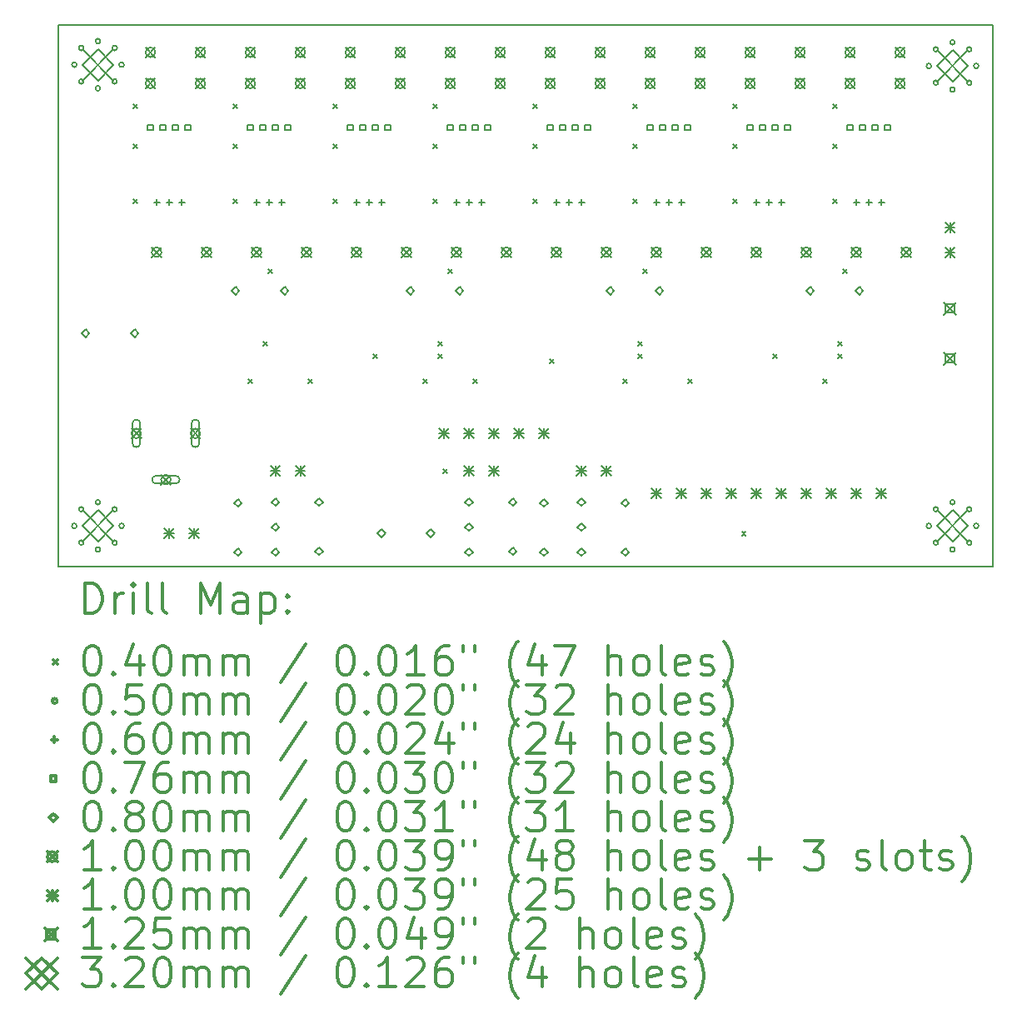
<source format=gbr>
%FSLAX45Y45*%
G04 Gerber Fmt 4.5, Leading zero omitted, Abs format (unit mm)*
G04 Created by KiCad (PCBNEW 5.1.2-f72e74a~84~ubuntu18.04.1) date 2019-04-28 16:36:56*
%MOMM*%
%LPD*%
G04 APERTURE LIST*
%ADD10C,0.150000*%
%ADD11C,0.200000*%
%ADD12C,0.300000*%
G04 APERTURE END LIST*
D10*
X17450000Y-9950000D02*
X17450000Y-15450000D01*
X7950000Y-9950000D02*
X7950000Y-15450000D01*
X7950000Y-15450000D02*
X17450000Y-15450000D01*
X7950000Y-9950000D02*
X17450000Y-9950000D01*
D11*
X8717600Y-10749600D02*
X8757600Y-10789600D01*
X8757600Y-10749600D02*
X8717600Y-10789600D01*
X8717600Y-11156000D02*
X8757600Y-11196000D01*
X8757600Y-11156000D02*
X8717600Y-11196000D01*
X8717600Y-11714800D02*
X8757600Y-11754800D01*
X8757600Y-11714800D02*
X8717600Y-11754800D01*
X9733600Y-10749600D02*
X9773600Y-10789600D01*
X9773600Y-10749600D02*
X9733600Y-10789600D01*
X9733600Y-11156000D02*
X9773600Y-11196000D01*
X9773600Y-11156000D02*
X9733600Y-11196000D01*
X9733600Y-11714800D02*
X9773600Y-11754800D01*
X9773600Y-11714800D02*
X9733600Y-11754800D01*
X9886000Y-13543600D02*
X9926000Y-13583600D01*
X9926000Y-13543600D02*
X9886000Y-13583600D01*
X10038400Y-13162600D02*
X10078400Y-13202600D01*
X10078400Y-13162600D02*
X10038400Y-13202600D01*
X10089200Y-12426000D02*
X10129200Y-12466000D01*
X10129200Y-12426000D02*
X10089200Y-12466000D01*
X10495600Y-13543600D02*
X10535600Y-13583600D01*
X10535600Y-13543600D02*
X10495600Y-13583600D01*
X10749600Y-10749600D02*
X10789600Y-10789600D01*
X10789600Y-10749600D02*
X10749600Y-10789600D01*
X10749600Y-11156000D02*
X10789600Y-11196000D01*
X10789600Y-11156000D02*
X10749600Y-11196000D01*
X10749600Y-11714800D02*
X10789600Y-11754800D01*
X10789600Y-11714800D02*
X10749600Y-11754800D01*
X11156000Y-13289600D02*
X11196000Y-13329600D01*
X11196000Y-13289600D02*
X11156000Y-13329600D01*
X11664000Y-13543600D02*
X11704000Y-13583600D01*
X11704000Y-13543600D02*
X11664000Y-13583600D01*
X11765600Y-10749600D02*
X11805600Y-10789600D01*
X11805600Y-10749600D02*
X11765600Y-10789600D01*
X11765600Y-11156000D02*
X11805600Y-11196000D01*
X11805600Y-11156000D02*
X11765600Y-11196000D01*
X11765600Y-11714800D02*
X11805600Y-11754800D01*
X11805600Y-11714800D02*
X11765600Y-11754800D01*
X11816400Y-13162600D02*
X11856400Y-13202600D01*
X11856400Y-13162600D02*
X11816400Y-13202600D01*
X11816400Y-13291650D02*
X11856400Y-13331650D01*
X11856400Y-13291650D02*
X11816400Y-13331650D01*
X11867200Y-14458000D02*
X11907200Y-14498000D01*
X11907200Y-14458000D02*
X11867200Y-14498000D01*
X11918000Y-12426000D02*
X11958000Y-12466000D01*
X11958000Y-12426000D02*
X11918000Y-12466000D01*
X12172000Y-13543600D02*
X12212000Y-13583600D01*
X12212000Y-13543600D02*
X12172000Y-13583600D01*
X12781600Y-10749600D02*
X12821600Y-10789600D01*
X12821600Y-10749600D02*
X12781600Y-10789600D01*
X12781600Y-11156000D02*
X12821600Y-11196000D01*
X12821600Y-11156000D02*
X12781600Y-11196000D01*
X12781600Y-11714800D02*
X12821600Y-11754800D01*
X12821600Y-11714800D02*
X12781600Y-11754800D01*
X12949000Y-13340400D02*
X12989000Y-13380400D01*
X12989000Y-13340400D02*
X12949000Y-13380400D01*
X13696000Y-13543600D02*
X13736000Y-13583600D01*
X13736000Y-13543600D02*
X13696000Y-13583600D01*
X13797600Y-10749600D02*
X13837600Y-10789600D01*
X13837600Y-10749600D02*
X13797600Y-10789600D01*
X13797600Y-11156000D02*
X13837600Y-11196000D01*
X13837600Y-11156000D02*
X13797600Y-11196000D01*
X13797600Y-11714800D02*
X13837600Y-11754800D01*
X13837600Y-11714800D02*
X13797600Y-11754800D01*
X13848400Y-13162600D02*
X13888400Y-13202600D01*
X13888400Y-13162600D02*
X13848400Y-13202600D01*
X13848400Y-13289600D02*
X13888400Y-13329600D01*
X13888400Y-13289600D02*
X13848400Y-13329600D01*
X13899200Y-12426000D02*
X13939200Y-12466000D01*
X13939200Y-12426000D02*
X13899200Y-12466000D01*
X14356401Y-13543600D02*
X14396401Y-13583600D01*
X14396401Y-13543600D02*
X14356401Y-13583600D01*
X14813600Y-10749600D02*
X14853600Y-10789600D01*
X14853600Y-10749600D02*
X14813600Y-10789600D01*
X14813600Y-11156000D02*
X14853600Y-11196000D01*
X14853600Y-11156000D02*
X14813600Y-11196000D01*
X14813600Y-11714800D02*
X14853600Y-11754800D01*
X14853600Y-11714800D02*
X14813600Y-11754800D01*
X14902500Y-15093000D02*
X14942500Y-15133000D01*
X14942500Y-15093000D02*
X14902500Y-15133000D01*
X15220000Y-13289600D02*
X15260000Y-13329600D01*
X15260000Y-13289600D02*
X15220000Y-13329600D01*
X15728000Y-13543600D02*
X15768000Y-13583600D01*
X15768000Y-13543600D02*
X15728000Y-13583600D01*
X15829600Y-10749600D02*
X15869600Y-10789600D01*
X15869600Y-10749600D02*
X15829600Y-10789600D01*
X15829600Y-11156000D02*
X15869600Y-11196000D01*
X15869600Y-11156000D02*
X15829600Y-11196000D01*
X15829600Y-11714800D02*
X15869600Y-11754800D01*
X15869600Y-11714800D02*
X15829600Y-11754800D01*
X15880400Y-13162600D02*
X15920400Y-13202600D01*
X15920400Y-13162600D02*
X15880400Y-13202600D01*
X15880400Y-13289600D02*
X15920400Y-13329600D01*
X15920400Y-13289600D02*
X15880400Y-13329600D01*
X15931200Y-12426000D02*
X15971200Y-12466000D01*
X15971200Y-12426000D02*
X15931200Y-12466000D01*
X16828400Y-10363200D02*
G75*
G03X16828400Y-10363200I-25000J0D01*
G01*
X16898694Y-10193494D02*
G75*
G03X16898694Y-10193494I-25000J0D01*
G01*
X16898694Y-10532906D02*
G75*
G03X16898694Y-10532906I-25000J0D01*
G01*
X17068400Y-10123200D02*
G75*
G03X17068400Y-10123200I-25000J0D01*
G01*
X17068400Y-10603200D02*
G75*
G03X17068400Y-10603200I-25000J0D01*
G01*
X17238106Y-10193494D02*
G75*
G03X17238106Y-10193494I-25000J0D01*
G01*
X17238106Y-10532906D02*
G75*
G03X17238106Y-10532906I-25000J0D01*
G01*
X17308400Y-10363200D02*
G75*
G03X17308400Y-10363200I-25000J0D01*
G01*
X16828400Y-15036800D02*
G75*
G03X16828400Y-15036800I-25000J0D01*
G01*
X16898694Y-14867094D02*
G75*
G03X16898694Y-14867094I-25000J0D01*
G01*
X16898694Y-15206506D02*
G75*
G03X16898694Y-15206506I-25000J0D01*
G01*
X17068400Y-14796800D02*
G75*
G03X17068400Y-14796800I-25000J0D01*
G01*
X17068400Y-15276800D02*
G75*
G03X17068400Y-15276800I-25000J0D01*
G01*
X17238106Y-14867094D02*
G75*
G03X17238106Y-14867094I-25000J0D01*
G01*
X17238106Y-15206506D02*
G75*
G03X17238106Y-15206506I-25000J0D01*
G01*
X17308400Y-15036800D02*
G75*
G03X17308400Y-15036800I-25000J0D01*
G01*
X8141600Y-10350500D02*
G75*
G03X8141600Y-10350500I-25000J0D01*
G01*
X8211894Y-10180794D02*
G75*
G03X8211894Y-10180794I-25000J0D01*
G01*
X8211894Y-10520206D02*
G75*
G03X8211894Y-10520206I-25000J0D01*
G01*
X8381600Y-10110500D02*
G75*
G03X8381600Y-10110500I-25000J0D01*
G01*
X8381600Y-10590500D02*
G75*
G03X8381600Y-10590500I-25000J0D01*
G01*
X8551306Y-10180794D02*
G75*
G03X8551306Y-10180794I-25000J0D01*
G01*
X8551306Y-10520206D02*
G75*
G03X8551306Y-10520206I-25000J0D01*
G01*
X8621600Y-10350500D02*
G75*
G03X8621600Y-10350500I-25000J0D01*
G01*
X8141600Y-15036800D02*
G75*
G03X8141600Y-15036800I-25000J0D01*
G01*
X8211894Y-14867094D02*
G75*
G03X8211894Y-14867094I-25000J0D01*
G01*
X8211894Y-15206506D02*
G75*
G03X8211894Y-15206506I-25000J0D01*
G01*
X8381600Y-14796800D02*
G75*
G03X8381600Y-14796800I-25000J0D01*
G01*
X8381600Y-15276800D02*
G75*
G03X8381600Y-15276800I-25000J0D01*
G01*
X8551306Y-14867094D02*
G75*
G03X8551306Y-14867094I-25000J0D01*
G01*
X8551306Y-15206506D02*
G75*
G03X8551306Y-15206506I-25000J0D01*
G01*
X8621600Y-15036800D02*
G75*
G03X8621600Y-15036800I-25000J0D01*
G01*
X16065500Y-11717500D02*
X16065500Y-11777500D01*
X16035500Y-11747500D02*
X16095500Y-11747500D01*
X16192500Y-11717500D02*
X16192500Y-11777500D01*
X16162500Y-11747500D02*
X16222500Y-11747500D01*
X16319500Y-11717500D02*
X16319500Y-11777500D01*
X16289500Y-11747500D02*
X16349500Y-11747500D01*
X12001500Y-11717500D02*
X12001500Y-11777500D01*
X11971500Y-11747500D02*
X12031500Y-11747500D01*
X12128500Y-11717500D02*
X12128500Y-11777500D01*
X12098500Y-11747500D02*
X12158500Y-11747500D01*
X12255500Y-11717500D02*
X12255500Y-11777500D01*
X12225500Y-11747500D02*
X12285500Y-11747500D01*
X8953500Y-11717500D02*
X8953500Y-11777500D01*
X8923500Y-11747500D02*
X8983500Y-11747500D01*
X9080500Y-11717500D02*
X9080500Y-11777500D01*
X9050500Y-11747500D02*
X9110500Y-11747500D01*
X9207500Y-11717500D02*
X9207500Y-11777500D01*
X9177500Y-11747500D02*
X9237500Y-11747500D01*
X15049500Y-11717500D02*
X15049500Y-11777500D01*
X15019500Y-11747500D02*
X15079500Y-11747500D01*
X15176500Y-11717500D02*
X15176500Y-11777500D01*
X15146500Y-11747500D02*
X15206500Y-11747500D01*
X15303500Y-11717500D02*
X15303500Y-11777500D01*
X15273500Y-11747500D02*
X15333500Y-11747500D01*
X10985500Y-11717500D02*
X10985500Y-11777500D01*
X10955500Y-11747500D02*
X11015500Y-11747500D01*
X11112500Y-11717500D02*
X11112500Y-11777500D01*
X11082500Y-11747500D02*
X11142500Y-11747500D01*
X11239500Y-11717500D02*
X11239500Y-11777500D01*
X11209500Y-11747500D02*
X11269500Y-11747500D01*
X13017500Y-11717500D02*
X13017500Y-11777500D01*
X12987500Y-11747500D02*
X13047500Y-11747500D01*
X13144500Y-11717500D02*
X13144500Y-11777500D01*
X13114500Y-11747500D02*
X13174500Y-11747500D01*
X13271500Y-11717500D02*
X13271500Y-11777500D01*
X13241500Y-11747500D02*
X13301500Y-11747500D01*
X14033500Y-11717500D02*
X14033500Y-11777500D01*
X14003500Y-11747500D02*
X14063500Y-11747500D01*
X14160500Y-11717500D02*
X14160500Y-11777500D01*
X14130500Y-11747500D02*
X14190500Y-11747500D01*
X14287500Y-11717500D02*
X14287500Y-11777500D01*
X14257500Y-11747500D02*
X14317500Y-11747500D01*
X9969500Y-11717500D02*
X9969500Y-11777500D01*
X9939500Y-11747500D02*
X9999500Y-11747500D01*
X10096500Y-11717500D02*
X10096500Y-11777500D01*
X10066500Y-11747500D02*
X10126500Y-11747500D01*
X10223500Y-11717500D02*
X10223500Y-11777500D01*
X10193500Y-11747500D02*
X10253500Y-11747500D01*
X15012941Y-11012441D02*
X15012941Y-10958559D01*
X14959059Y-10958559D01*
X14959059Y-11012441D01*
X15012941Y-11012441D01*
X15139941Y-11012441D02*
X15139941Y-10958559D01*
X15086059Y-10958559D01*
X15086059Y-11012441D01*
X15139941Y-11012441D01*
X15266941Y-11012441D02*
X15266941Y-10958559D01*
X15213059Y-10958559D01*
X15213059Y-11012441D01*
X15266941Y-11012441D01*
X15393941Y-11012441D02*
X15393941Y-10958559D01*
X15340059Y-10958559D01*
X15340059Y-11012441D01*
X15393941Y-11012441D01*
X16028941Y-11012441D02*
X16028941Y-10958559D01*
X15975059Y-10958559D01*
X15975059Y-11012441D01*
X16028941Y-11012441D01*
X16155941Y-11012441D02*
X16155941Y-10958559D01*
X16102059Y-10958559D01*
X16102059Y-11012441D01*
X16155941Y-11012441D01*
X16282941Y-11012441D02*
X16282941Y-10958559D01*
X16229059Y-10958559D01*
X16229059Y-11012441D01*
X16282941Y-11012441D01*
X16409941Y-11012441D02*
X16409941Y-10958559D01*
X16356059Y-10958559D01*
X16356059Y-11012441D01*
X16409941Y-11012441D01*
X11964941Y-11012441D02*
X11964941Y-10958559D01*
X11911059Y-10958559D01*
X11911059Y-11012441D01*
X11964941Y-11012441D01*
X12091941Y-11012441D02*
X12091941Y-10958559D01*
X12038059Y-10958559D01*
X12038059Y-11012441D01*
X12091941Y-11012441D01*
X12218941Y-11012441D02*
X12218941Y-10958559D01*
X12165059Y-10958559D01*
X12165059Y-11012441D01*
X12218941Y-11012441D01*
X12345941Y-11012441D02*
X12345941Y-10958559D01*
X12292059Y-10958559D01*
X12292059Y-11012441D01*
X12345941Y-11012441D01*
X9932941Y-11012441D02*
X9932941Y-10958559D01*
X9879059Y-10958559D01*
X9879059Y-11012441D01*
X9932941Y-11012441D01*
X10059941Y-11012441D02*
X10059941Y-10958559D01*
X10006059Y-10958559D01*
X10006059Y-11012441D01*
X10059941Y-11012441D01*
X10186941Y-11012441D02*
X10186941Y-10958559D01*
X10133059Y-10958559D01*
X10133059Y-11012441D01*
X10186941Y-11012441D01*
X10313941Y-11012441D02*
X10313941Y-10958559D01*
X10260059Y-10958559D01*
X10260059Y-11012441D01*
X10313941Y-11012441D01*
X12980941Y-11012441D02*
X12980941Y-10958559D01*
X12927059Y-10958559D01*
X12927059Y-11012441D01*
X12980941Y-11012441D01*
X13107941Y-11012441D02*
X13107941Y-10958559D01*
X13054059Y-10958559D01*
X13054059Y-11012441D01*
X13107941Y-11012441D01*
X13234941Y-11012441D02*
X13234941Y-10958559D01*
X13181059Y-10958559D01*
X13181059Y-11012441D01*
X13234941Y-11012441D01*
X13361941Y-11012441D02*
X13361941Y-10958559D01*
X13308059Y-10958559D01*
X13308059Y-11012441D01*
X13361941Y-11012441D01*
X10948941Y-11012441D02*
X10948941Y-10958559D01*
X10895059Y-10958559D01*
X10895059Y-11012441D01*
X10948941Y-11012441D01*
X11075941Y-11012441D02*
X11075941Y-10958559D01*
X11022059Y-10958559D01*
X11022059Y-11012441D01*
X11075941Y-11012441D01*
X11202941Y-11012441D02*
X11202941Y-10958559D01*
X11149059Y-10958559D01*
X11149059Y-11012441D01*
X11202941Y-11012441D01*
X11329941Y-11012441D02*
X11329941Y-10958559D01*
X11276059Y-10958559D01*
X11276059Y-11012441D01*
X11329941Y-11012441D01*
X8916941Y-11012441D02*
X8916941Y-10958559D01*
X8863059Y-10958559D01*
X8863059Y-11012441D01*
X8916941Y-11012441D01*
X9043941Y-11012441D02*
X9043941Y-10958559D01*
X8990059Y-10958559D01*
X8990059Y-11012441D01*
X9043941Y-11012441D01*
X9170941Y-11012441D02*
X9170941Y-10958559D01*
X9117059Y-10958559D01*
X9117059Y-11012441D01*
X9170941Y-11012441D01*
X9297941Y-11012441D02*
X9297941Y-10958559D01*
X9244059Y-10958559D01*
X9244059Y-11012441D01*
X9297941Y-11012441D01*
X13996941Y-11012441D02*
X13996941Y-10958559D01*
X13943059Y-10958559D01*
X13943059Y-11012441D01*
X13996941Y-11012441D01*
X14123941Y-11012441D02*
X14123941Y-10958559D01*
X14070059Y-10958559D01*
X14070059Y-11012441D01*
X14123941Y-11012441D01*
X14250941Y-11012441D02*
X14250941Y-10958559D01*
X14197059Y-10958559D01*
X14197059Y-11012441D01*
X14250941Y-11012441D01*
X14377941Y-11012441D02*
X14377941Y-10958559D01*
X14324059Y-10958559D01*
X14324059Y-11012441D01*
X14377941Y-11012441D01*
X15595600Y-12689200D02*
X15635600Y-12649200D01*
X15595600Y-12609200D01*
X15555600Y-12649200D01*
X15595600Y-12689200D01*
X16095600Y-12689200D02*
X16135600Y-12649200D01*
X16095600Y-12609200D01*
X16055600Y-12649200D01*
X16095600Y-12689200D01*
X12573000Y-14835500D02*
X12613000Y-14795500D01*
X12573000Y-14755500D01*
X12533000Y-14795500D01*
X12573000Y-14835500D01*
X12573000Y-15335500D02*
X12613000Y-15295500D01*
X12573000Y-15255500D01*
X12533000Y-15295500D01*
X12573000Y-15335500D01*
X13716000Y-14843500D02*
X13756000Y-14803500D01*
X13716000Y-14763500D01*
X13676000Y-14803500D01*
X13716000Y-14843500D01*
X13716000Y-15343500D02*
X13756000Y-15303500D01*
X13716000Y-15263500D01*
X13676000Y-15303500D01*
X13716000Y-15343500D01*
X10604500Y-14835500D02*
X10644500Y-14795500D01*
X10604500Y-14755500D01*
X10564500Y-14795500D01*
X10604500Y-14835500D01*
X10604500Y-15335500D02*
X10644500Y-15295500D01*
X10604500Y-15255500D01*
X10564500Y-15295500D01*
X10604500Y-15335500D01*
X11531600Y-12689200D02*
X11571600Y-12649200D01*
X11531600Y-12609200D01*
X11491600Y-12649200D01*
X11531600Y-12689200D01*
X12031600Y-12689200D02*
X12071600Y-12649200D01*
X12031600Y-12609200D01*
X11991600Y-12649200D01*
X12031600Y-12689200D01*
X12890500Y-14843500D02*
X12930500Y-14803500D01*
X12890500Y-14763500D01*
X12850500Y-14803500D01*
X12890500Y-14843500D01*
X12890500Y-15343500D02*
X12930500Y-15303500D01*
X12890500Y-15263500D01*
X12850500Y-15303500D01*
X12890500Y-15343500D01*
X12128500Y-14835500D02*
X12168500Y-14795500D01*
X12128500Y-14755500D01*
X12088500Y-14795500D01*
X12128500Y-14835500D01*
X12128500Y-15089500D02*
X12168500Y-15049500D01*
X12128500Y-15009500D01*
X12088500Y-15049500D01*
X12128500Y-15089500D01*
X12128500Y-15343500D02*
X12168500Y-15303500D01*
X12128500Y-15263500D01*
X12088500Y-15303500D01*
X12128500Y-15343500D01*
X11239500Y-15153000D02*
X11279500Y-15113000D01*
X11239500Y-15073000D01*
X11199500Y-15113000D01*
X11239500Y-15153000D01*
X11739500Y-15153000D02*
X11779500Y-15113000D01*
X11739500Y-15073000D01*
X11699500Y-15113000D01*
X11739500Y-15153000D01*
X9779000Y-14843500D02*
X9819000Y-14803500D01*
X9779000Y-14763500D01*
X9739000Y-14803500D01*
X9779000Y-14843500D01*
X9779000Y-15343500D02*
X9819000Y-15303500D01*
X9779000Y-15263500D01*
X9739000Y-15303500D01*
X9779000Y-15343500D01*
X9753600Y-12689200D02*
X9793600Y-12649200D01*
X9753600Y-12609200D01*
X9713600Y-12649200D01*
X9753600Y-12689200D01*
X10253600Y-12689200D02*
X10293600Y-12649200D01*
X10253600Y-12609200D01*
X10213600Y-12649200D01*
X10253600Y-12689200D01*
X13563600Y-12689200D02*
X13603600Y-12649200D01*
X13563600Y-12609200D01*
X13523600Y-12649200D01*
X13563600Y-12689200D01*
X14063600Y-12689200D02*
X14103600Y-12649200D01*
X14063600Y-12609200D01*
X14023600Y-12649200D01*
X14063600Y-12689200D01*
X10160000Y-14835500D02*
X10200000Y-14795500D01*
X10160000Y-14755500D01*
X10120000Y-14795500D01*
X10160000Y-14835500D01*
X10160000Y-15089500D02*
X10200000Y-15049500D01*
X10160000Y-15009500D01*
X10120000Y-15049500D01*
X10160000Y-15089500D01*
X10160000Y-15343500D02*
X10200000Y-15303500D01*
X10160000Y-15263500D01*
X10120000Y-15303500D01*
X10160000Y-15343500D01*
X13271500Y-14835500D02*
X13311500Y-14795500D01*
X13271500Y-14755500D01*
X13231500Y-14795500D01*
X13271500Y-14835500D01*
X13271500Y-15089500D02*
X13311500Y-15049500D01*
X13271500Y-15009500D01*
X13231500Y-15049500D01*
X13271500Y-15089500D01*
X13271500Y-15343500D02*
X13311500Y-15303500D01*
X13271500Y-15263500D01*
X13231500Y-15303500D01*
X13271500Y-15343500D01*
X8229600Y-13121000D02*
X8269600Y-13081000D01*
X8229600Y-13041000D01*
X8189600Y-13081000D01*
X8229600Y-13121000D01*
X8729600Y-13121000D02*
X8769600Y-13081000D01*
X8729600Y-13041000D01*
X8689600Y-13081000D01*
X8729600Y-13121000D01*
X15952000Y-10173500D02*
X16052000Y-10273500D01*
X16052000Y-10173500D02*
X15952000Y-10273500D01*
X16052000Y-10223500D02*
G75*
G03X16052000Y-10223500I-50000J0D01*
G01*
X16460000Y-10173500D02*
X16560000Y-10273500D01*
X16560000Y-10173500D02*
X16460000Y-10273500D01*
X16560000Y-10223500D02*
G75*
G03X16560000Y-10223500I-50000J0D01*
G01*
X10872000Y-10173500D02*
X10972000Y-10273500D01*
X10972000Y-10173500D02*
X10872000Y-10273500D01*
X10972000Y-10223500D02*
G75*
G03X10972000Y-10223500I-50000J0D01*
G01*
X11380000Y-10173500D02*
X11480000Y-10273500D01*
X11480000Y-10173500D02*
X11380000Y-10273500D01*
X11480000Y-10223500D02*
G75*
G03X11480000Y-10223500I-50000J0D01*
G01*
X13920000Y-10491000D02*
X14020000Y-10591000D01*
X14020000Y-10491000D02*
X13920000Y-10591000D01*
X14020000Y-10541000D02*
G75*
G03X14020000Y-10541000I-50000J0D01*
G01*
X14428000Y-10491000D02*
X14528000Y-10591000D01*
X14528000Y-10491000D02*
X14428000Y-10591000D01*
X14528000Y-10541000D02*
G75*
G03X14528000Y-10541000I-50000J0D01*
G01*
X10872000Y-10491000D02*
X10972000Y-10591000D01*
X10972000Y-10491000D02*
X10872000Y-10591000D01*
X10972000Y-10541000D02*
G75*
G03X10972000Y-10541000I-50000J0D01*
G01*
X11380000Y-10491000D02*
X11480000Y-10591000D01*
X11480000Y-10491000D02*
X11380000Y-10591000D01*
X11480000Y-10541000D02*
G75*
G03X11480000Y-10541000I-50000J0D01*
G01*
X8840000Y-10173500D02*
X8940000Y-10273500D01*
X8940000Y-10173500D02*
X8840000Y-10273500D01*
X8940000Y-10223500D02*
G75*
G03X8940000Y-10223500I-50000J0D01*
G01*
X9348000Y-10173500D02*
X9448000Y-10273500D01*
X9448000Y-10173500D02*
X9348000Y-10273500D01*
X9448000Y-10223500D02*
G75*
G03X9448000Y-10223500I-50000J0D01*
G01*
X11888000Y-10173500D02*
X11988000Y-10273500D01*
X11988000Y-10173500D02*
X11888000Y-10273500D01*
X11988000Y-10223500D02*
G75*
G03X11988000Y-10223500I-50000J0D01*
G01*
X12396000Y-10173500D02*
X12496000Y-10273500D01*
X12496000Y-10173500D02*
X12396000Y-10273500D01*
X12496000Y-10223500D02*
G75*
G03X12496000Y-10223500I-50000J0D01*
G01*
X16015500Y-12205500D02*
X16115500Y-12305500D01*
X16115500Y-12205500D02*
X16015500Y-12305500D01*
X16115500Y-12255500D02*
G75*
G03X16115500Y-12255500I-50000J0D01*
G01*
X16523500Y-12205500D02*
X16623500Y-12305500D01*
X16623500Y-12205500D02*
X16523500Y-12305500D01*
X16623500Y-12255500D02*
G75*
G03X16623500Y-12255500I-50000J0D01*
G01*
X11888000Y-10491000D02*
X11988000Y-10591000D01*
X11988000Y-10491000D02*
X11888000Y-10591000D01*
X11988000Y-10541000D02*
G75*
G03X11988000Y-10541000I-50000J0D01*
G01*
X12396000Y-10491000D02*
X12496000Y-10591000D01*
X12496000Y-10491000D02*
X12396000Y-10591000D01*
X12496000Y-10541000D02*
G75*
G03X12496000Y-10541000I-50000J0D01*
G01*
X8840000Y-10491000D02*
X8940000Y-10591000D01*
X8940000Y-10491000D02*
X8840000Y-10591000D01*
X8940000Y-10541000D02*
G75*
G03X8940000Y-10541000I-50000J0D01*
G01*
X9348000Y-10491000D02*
X9448000Y-10591000D01*
X9448000Y-10491000D02*
X9348000Y-10591000D01*
X9448000Y-10541000D02*
G75*
G03X9448000Y-10541000I-50000J0D01*
G01*
X13983500Y-12205500D02*
X14083500Y-12305500D01*
X14083500Y-12205500D02*
X13983500Y-12305500D01*
X14083500Y-12255500D02*
G75*
G03X14083500Y-12255500I-50000J0D01*
G01*
X14491500Y-12205500D02*
X14591500Y-12305500D01*
X14591500Y-12205500D02*
X14491500Y-12305500D01*
X14591500Y-12255500D02*
G75*
G03X14591500Y-12255500I-50000J0D01*
G01*
X8697200Y-14047000D02*
X8797200Y-14147000D01*
X8797200Y-14047000D02*
X8697200Y-14147000D01*
X8797200Y-14097000D02*
G75*
G03X8797200Y-14097000I-50000J0D01*
G01*
X8707200Y-13997000D02*
X8707200Y-14197000D01*
X8787200Y-13997000D02*
X8787200Y-14197000D01*
X8707200Y-14197000D02*
G75*
G03X8787200Y-14197000I40000J0D01*
G01*
X8787200Y-13997000D02*
G75*
G03X8707200Y-13997000I-40000J0D01*
G01*
X8997200Y-14517000D02*
X9097200Y-14617000D01*
X9097200Y-14517000D02*
X8997200Y-14617000D01*
X9097200Y-14567000D02*
G75*
G03X9097200Y-14567000I-50000J0D01*
G01*
X8947200Y-14607000D02*
X9147200Y-14607000D01*
X8947200Y-14527000D02*
X9147200Y-14527000D01*
X9147200Y-14607000D02*
G75*
G03X9147200Y-14527000I0J40000D01*
G01*
X8947200Y-14527000D02*
G75*
G03X8947200Y-14607000I0J-40000D01*
G01*
X9297200Y-14047000D02*
X9397200Y-14147000D01*
X9397200Y-14047000D02*
X9297200Y-14147000D01*
X9397200Y-14097000D02*
G75*
G03X9397200Y-14097000I-50000J0D01*
G01*
X9307200Y-13997000D02*
X9307200Y-14197000D01*
X9387200Y-13997000D02*
X9387200Y-14197000D01*
X9307200Y-14197000D02*
G75*
G03X9387200Y-14197000I40000J0D01*
G01*
X9387200Y-13997000D02*
G75*
G03X9307200Y-13997000I-40000J0D01*
G01*
X8903500Y-12205500D02*
X9003500Y-12305500D01*
X9003500Y-12205500D02*
X8903500Y-12305500D01*
X9003500Y-12255500D02*
G75*
G03X9003500Y-12255500I-50000J0D01*
G01*
X9411500Y-12205500D02*
X9511500Y-12305500D01*
X9511500Y-12205500D02*
X9411500Y-12305500D01*
X9511500Y-12255500D02*
G75*
G03X9511500Y-12255500I-50000J0D01*
G01*
X9856000Y-10491000D02*
X9956000Y-10591000D01*
X9956000Y-10491000D02*
X9856000Y-10591000D01*
X9956000Y-10541000D02*
G75*
G03X9956000Y-10541000I-50000J0D01*
G01*
X10364000Y-10491000D02*
X10464000Y-10591000D01*
X10464000Y-10491000D02*
X10364000Y-10591000D01*
X10464000Y-10541000D02*
G75*
G03X10464000Y-10541000I-50000J0D01*
G01*
X12904000Y-10491000D02*
X13004000Y-10591000D01*
X13004000Y-10491000D02*
X12904000Y-10591000D01*
X13004000Y-10541000D02*
G75*
G03X13004000Y-10541000I-50000J0D01*
G01*
X13412000Y-10491000D02*
X13512000Y-10591000D01*
X13512000Y-10491000D02*
X13412000Y-10591000D01*
X13512000Y-10541000D02*
G75*
G03X13512000Y-10541000I-50000J0D01*
G01*
X15952000Y-10491000D02*
X16052000Y-10591000D01*
X16052000Y-10491000D02*
X15952000Y-10591000D01*
X16052000Y-10541000D02*
G75*
G03X16052000Y-10541000I-50000J0D01*
G01*
X16460000Y-10491000D02*
X16560000Y-10591000D01*
X16560000Y-10491000D02*
X16460000Y-10591000D01*
X16560000Y-10541000D02*
G75*
G03X16560000Y-10541000I-50000J0D01*
G01*
X12967500Y-12205500D02*
X13067500Y-12305500D01*
X13067500Y-12205500D02*
X12967500Y-12305500D01*
X13067500Y-12255500D02*
G75*
G03X13067500Y-12255500I-50000J0D01*
G01*
X13475500Y-12205500D02*
X13575500Y-12305500D01*
X13575500Y-12205500D02*
X13475500Y-12305500D01*
X13575500Y-12255500D02*
G75*
G03X13575500Y-12255500I-50000J0D01*
G01*
X14936000Y-10173500D02*
X15036000Y-10273500D01*
X15036000Y-10173500D02*
X14936000Y-10273500D01*
X15036000Y-10223500D02*
G75*
G03X15036000Y-10223500I-50000J0D01*
G01*
X15444000Y-10173500D02*
X15544000Y-10273500D01*
X15544000Y-10173500D02*
X15444000Y-10273500D01*
X15544000Y-10223500D02*
G75*
G03X15544000Y-10223500I-50000J0D01*
G01*
X12904000Y-10173500D02*
X13004000Y-10273500D01*
X13004000Y-10173500D02*
X12904000Y-10273500D01*
X13004000Y-10223500D02*
G75*
G03X13004000Y-10223500I-50000J0D01*
G01*
X13412000Y-10173500D02*
X13512000Y-10273500D01*
X13512000Y-10173500D02*
X13412000Y-10273500D01*
X13512000Y-10223500D02*
G75*
G03X13512000Y-10223500I-50000J0D01*
G01*
X13920000Y-10173500D02*
X14020000Y-10273500D01*
X14020000Y-10173500D02*
X13920000Y-10273500D01*
X14020000Y-10223500D02*
G75*
G03X14020000Y-10223500I-50000J0D01*
G01*
X14428000Y-10173500D02*
X14528000Y-10273500D01*
X14528000Y-10173500D02*
X14428000Y-10273500D01*
X14528000Y-10223500D02*
G75*
G03X14528000Y-10223500I-50000J0D01*
G01*
X9856000Y-10173500D02*
X9956000Y-10273500D01*
X9956000Y-10173500D02*
X9856000Y-10273500D01*
X9956000Y-10223500D02*
G75*
G03X9956000Y-10223500I-50000J0D01*
G01*
X10364000Y-10173500D02*
X10464000Y-10273500D01*
X10464000Y-10173500D02*
X10364000Y-10273500D01*
X10464000Y-10223500D02*
G75*
G03X10464000Y-10223500I-50000J0D01*
G01*
X14999500Y-12205500D02*
X15099500Y-12305500D01*
X15099500Y-12205500D02*
X14999500Y-12305500D01*
X15099500Y-12255500D02*
G75*
G03X15099500Y-12255500I-50000J0D01*
G01*
X15507500Y-12205500D02*
X15607500Y-12305500D01*
X15607500Y-12205500D02*
X15507500Y-12305500D01*
X15607500Y-12255500D02*
G75*
G03X15607500Y-12255500I-50000J0D01*
G01*
X10935500Y-12205500D02*
X11035500Y-12305500D01*
X11035500Y-12205500D02*
X10935500Y-12305500D01*
X11035500Y-12255500D02*
G75*
G03X11035500Y-12255500I-50000J0D01*
G01*
X11443500Y-12205500D02*
X11543500Y-12305500D01*
X11543500Y-12205500D02*
X11443500Y-12305500D01*
X11543500Y-12255500D02*
G75*
G03X11543500Y-12255500I-50000J0D01*
G01*
X9919500Y-12205500D02*
X10019500Y-12305500D01*
X10019500Y-12205500D02*
X9919500Y-12305500D01*
X10019500Y-12255500D02*
G75*
G03X10019500Y-12255500I-50000J0D01*
G01*
X10427500Y-12205500D02*
X10527500Y-12305500D01*
X10527500Y-12205500D02*
X10427500Y-12305500D01*
X10527500Y-12255500D02*
G75*
G03X10527500Y-12255500I-50000J0D01*
G01*
X14936000Y-10491000D02*
X15036000Y-10591000D01*
X15036000Y-10491000D02*
X14936000Y-10591000D01*
X15036000Y-10541000D02*
G75*
G03X15036000Y-10541000I-50000J0D01*
G01*
X15444000Y-10491000D02*
X15544000Y-10591000D01*
X15544000Y-10491000D02*
X15444000Y-10591000D01*
X15544000Y-10541000D02*
G75*
G03X15544000Y-10541000I-50000J0D01*
G01*
X11951500Y-12205500D02*
X12051500Y-12305500D01*
X12051500Y-12205500D02*
X11951500Y-12305500D01*
X12051500Y-12255500D02*
G75*
G03X12051500Y-12255500I-50000J0D01*
G01*
X12459500Y-12205500D02*
X12559500Y-12305500D01*
X12559500Y-12205500D02*
X12459500Y-12305500D01*
X12559500Y-12255500D02*
G75*
G03X12559500Y-12255500I-50000J0D01*
G01*
X12078462Y-14427962D02*
X12178538Y-14528038D01*
X12178538Y-14427962D02*
X12078462Y-14528038D01*
X12128500Y-14427962D02*
X12128500Y-14528038D01*
X12078462Y-14478000D02*
X12178538Y-14478000D01*
X12332462Y-14427962D02*
X12432538Y-14528038D01*
X12432538Y-14427962D02*
X12332462Y-14528038D01*
X12382500Y-14427962D02*
X12382500Y-14528038D01*
X12332462Y-14478000D02*
X12432538Y-14478000D01*
X13221462Y-14427962D02*
X13321538Y-14528038D01*
X13321538Y-14427962D02*
X13221462Y-14528038D01*
X13271500Y-14427962D02*
X13271500Y-14528038D01*
X13221462Y-14478000D02*
X13321538Y-14478000D01*
X13475462Y-14427962D02*
X13575538Y-14528038D01*
X13575538Y-14427962D02*
X13475462Y-14528038D01*
X13525500Y-14427962D02*
X13525500Y-14528038D01*
X13475462Y-14478000D02*
X13575538Y-14478000D01*
X16967962Y-11951462D02*
X17068038Y-12051538D01*
X17068038Y-11951462D02*
X16967962Y-12051538D01*
X17018000Y-11951462D02*
X17018000Y-12051538D01*
X16967962Y-12001500D02*
X17068038Y-12001500D01*
X16967962Y-12205462D02*
X17068038Y-12305538D01*
X17068038Y-12205462D02*
X16967962Y-12305538D01*
X17018000Y-12205462D02*
X17018000Y-12305538D01*
X16967962Y-12255500D02*
X17068038Y-12255500D01*
X13983462Y-14656562D02*
X14083538Y-14756638D01*
X14083538Y-14656562D02*
X13983462Y-14756638D01*
X14033500Y-14656562D02*
X14033500Y-14756638D01*
X13983462Y-14706600D02*
X14083538Y-14706600D01*
X14237462Y-14656562D02*
X14337538Y-14756638D01*
X14337538Y-14656562D02*
X14237462Y-14756638D01*
X14287500Y-14656562D02*
X14287500Y-14756638D01*
X14237462Y-14706600D02*
X14337538Y-14706600D01*
X14491462Y-14656562D02*
X14591538Y-14756638D01*
X14591538Y-14656562D02*
X14491462Y-14756638D01*
X14541500Y-14656562D02*
X14541500Y-14756638D01*
X14491462Y-14706600D02*
X14591538Y-14706600D01*
X14745462Y-14656562D02*
X14845538Y-14756638D01*
X14845538Y-14656562D02*
X14745462Y-14756638D01*
X14795500Y-14656562D02*
X14795500Y-14756638D01*
X14745462Y-14706600D02*
X14845538Y-14706600D01*
X14999462Y-14656562D02*
X15099538Y-14756638D01*
X15099538Y-14656562D02*
X14999462Y-14756638D01*
X15049500Y-14656562D02*
X15049500Y-14756638D01*
X14999462Y-14706600D02*
X15099538Y-14706600D01*
X15253462Y-14656562D02*
X15353538Y-14756638D01*
X15353538Y-14656562D02*
X15253462Y-14756638D01*
X15303500Y-14656562D02*
X15303500Y-14756638D01*
X15253462Y-14706600D02*
X15353538Y-14706600D01*
X15507462Y-14656562D02*
X15607538Y-14756638D01*
X15607538Y-14656562D02*
X15507462Y-14756638D01*
X15557500Y-14656562D02*
X15557500Y-14756638D01*
X15507462Y-14706600D02*
X15607538Y-14706600D01*
X15761462Y-14656562D02*
X15861538Y-14756638D01*
X15861538Y-14656562D02*
X15761462Y-14756638D01*
X15811500Y-14656562D02*
X15811500Y-14756638D01*
X15761462Y-14706600D02*
X15861538Y-14706600D01*
X16015462Y-14656562D02*
X16115538Y-14756638D01*
X16115538Y-14656562D02*
X16015462Y-14756638D01*
X16065500Y-14656562D02*
X16065500Y-14756638D01*
X16015462Y-14706600D02*
X16115538Y-14706600D01*
X16269462Y-14656562D02*
X16369538Y-14756638D01*
X16369538Y-14656562D02*
X16269462Y-14756638D01*
X16319500Y-14656562D02*
X16319500Y-14756638D01*
X16269462Y-14706600D02*
X16369538Y-14706600D01*
X10109962Y-14427962D02*
X10210038Y-14528038D01*
X10210038Y-14427962D02*
X10109962Y-14528038D01*
X10160000Y-14427962D02*
X10160000Y-14528038D01*
X10109962Y-14478000D02*
X10210038Y-14478000D01*
X10363962Y-14427962D02*
X10464038Y-14528038D01*
X10464038Y-14427962D02*
X10363962Y-14528038D01*
X10414000Y-14427962D02*
X10414000Y-14528038D01*
X10363962Y-14478000D02*
X10464038Y-14478000D01*
X11824462Y-14046962D02*
X11924538Y-14147038D01*
X11924538Y-14046962D02*
X11824462Y-14147038D01*
X11874500Y-14046962D02*
X11874500Y-14147038D01*
X11824462Y-14097000D02*
X11924538Y-14097000D01*
X12078462Y-14046962D02*
X12178538Y-14147038D01*
X12178538Y-14046962D02*
X12078462Y-14147038D01*
X12128500Y-14046962D02*
X12128500Y-14147038D01*
X12078462Y-14097000D02*
X12178538Y-14097000D01*
X12332462Y-14046962D02*
X12432538Y-14147038D01*
X12432538Y-14046962D02*
X12332462Y-14147038D01*
X12382500Y-14046962D02*
X12382500Y-14147038D01*
X12332462Y-14097000D02*
X12432538Y-14097000D01*
X12586462Y-14046962D02*
X12686538Y-14147038D01*
X12686538Y-14046962D02*
X12586462Y-14147038D01*
X12636500Y-14046962D02*
X12636500Y-14147038D01*
X12586462Y-14097000D02*
X12686538Y-14097000D01*
X12840462Y-14046962D02*
X12940538Y-14147038D01*
X12940538Y-14046962D02*
X12840462Y-14147038D01*
X12890500Y-14046962D02*
X12890500Y-14147038D01*
X12840462Y-14097000D02*
X12940538Y-14097000D01*
X9030462Y-15062962D02*
X9130538Y-15163038D01*
X9130538Y-15062962D02*
X9030462Y-15163038D01*
X9080500Y-15062962D02*
X9080500Y-15163038D01*
X9030462Y-15113000D02*
X9130538Y-15113000D01*
X9284462Y-15062962D02*
X9384538Y-15163038D01*
X9384538Y-15062962D02*
X9284462Y-15163038D01*
X9334500Y-15062962D02*
X9334500Y-15163038D01*
X9284462Y-15113000D02*
X9384538Y-15113000D01*
X16955516Y-12764516D02*
X17080484Y-12889484D01*
X17080484Y-12764516D02*
X16955516Y-12889484D01*
X17062183Y-12871183D02*
X17062183Y-12782817D01*
X16973817Y-12782817D01*
X16973817Y-12871183D01*
X17062183Y-12871183D01*
X16955516Y-13272516D02*
X17080484Y-13397484D01*
X17080484Y-13272516D02*
X16955516Y-13397484D01*
X17062183Y-13379183D02*
X17062183Y-13290817D01*
X16973817Y-13290817D01*
X16973817Y-13379183D01*
X17062183Y-13379183D01*
X16883400Y-10203200D02*
X17203400Y-10523200D01*
X17203400Y-10203200D02*
X16883400Y-10523200D01*
X17043400Y-10523200D02*
X17203400Y-10363200D01*
X17043400Y-10203200D01*
X16883400Y-10363200D01*
X17043400Y-10523200D01*
X16883400Y-14876800D02*
X17203400Y-15196800D01*
X17203400Y-14876800D02*
X16883400Y-15196800D01*
X17043400Y-15196800D02*
X17203400Y-15036800D01*
X17043400Y-14876800D01*
X16883400Y-15036800D01*
X17043400Y-15196800D01*
X8196600Y-10190500D02*
X8516600Y-10510500D01*
X8516600Y-10190500D02*
X8196600Y-10510500D01*
X8356600Y-10510500D02*
X8516600Y-10350500D01*
X8356600Y-10190500D01*
X8196600Y-10350500D01*
X8356600Y-10510500D01*
X8196600Y-14876800D02*
X8516600Y-15196800D01*
X8516600Y-14876800D02*
X8196600Y-15196800D01*
X8356600Y-15196800D02*
X8516600Y-15036800D01*
X8356600Y-14876800D01*
X8196600Y-15036800D01*
X8356600Y-15196800D01*
D12*
X8228928Y-15923214D02*
X8228928Y-15623214D01*
X8300357Y-15623214D01*
X8343214Y-15637500D01*
X8371786Y-15666071D01*
X8386071Y-15694643D01*
X8400357Y-15751786D01*
X8400357Y-15794643D01*
X8386071Y-15851786D01*
X8371786Y-15880357D01*
X8343214Y-15908929D01*
X8300357Y-15923214D01*
X8228928Y-15923214D01*
X8528928Y-15923214D02*
X8528928Y-15723214D01*
X8528928Y-15780357D02*
X8543214Y-15751786D01*
X8557500Y-15737500D01*
X8586071Y-15723214D01*
X8614643Y-15723214D01*
X8714643Y-15923214D02*
X8714643Y-15723214D01*
X8714643Y-15623214D02*
X8700357Y-15637500D01*
X8714643Y-15651786D01*
X8728928Y-15637500D01*
X8714643Y-15623214D01*
X8714643Y-15651786D01*
X8900357Y-15923214D02*
X8871786Y-15908929D01*
X8857500Y-15880357D01*
X8857500Y-15623214D01*
X9057500Y-15923214D02*
X9028928Y-15908929D01*
X9014643Y-15880357D01*
X9014643Y-15623214D01*
X9400357Y-15923214D02*
X9400357Y-15623214D01*
X9500357Y-15837500D01*
X9600357Y-15623214D01*
X9600357Y-15923214D01*
X9871786Y-15923214D02*
X9871786Y-15766071D01*
X9857500Y-15737500D01*
X9828928Y-15723214D01*
X9771786Y-15723214D01*
X9743214Y-15737500D01*
X9871786Y-15908929D02*
X9843214Y-15923214D01*
X9771786Y-15923214D01*
X9743214Y-15908929D01*
X9728928Y-15880357D01*
X9728928Y-15851786D01*
X9743214Y-15823214D01*
X9771786Y-15808929D01*
X9843214Y-15808929D01*
X9871786Y-15794643D01*
X10014643Y-15723214D02*
X10014643Y-16023214D01*
X10014643Y-15737500D02*
X10043214Y-15723214D01*
X10100357Y-15723214D01*
X10128928Y-15737500D01*
X10143214Y-15751786D01*
X10157500Y-15780357D01*
X10157500Y-15866071D01*
X10143214Y-15894643D01*
X10128928Y-15908929D01*
X10100357Y-15923214D01*
X10043214Y-15923214D01*
X10014643Y-15908929D01*
X10286071Y-15894643D02*
X10300357Y-15908929D01*
X10286071Y-15923214D01*
X10271786Y-15908929D01*
X10286071Y-15894643D01*
X10286071Y-15923214D01*
X10286071Y-15737500D02*
X10300357Y-15751786D01*
X10286071Y-15766071D01*
X10271786Y-15751786D01*
X10286071Y-15737500D01*
X10286071Y-15766071D01*
X7902500Y-16397500D02*
X7942500Y-16437500D01*
X7942500Y-16397500D02*
X7902500Y-16437500D01*
X8286071Y-16253214D02*
X8314643Y-16253214D01*
X8343214Y-16267500D01*
X8357500Y-16281786D01*
X8371786Y-16310357D01*
X8386071Y-16367500D01*
X8386071Y-16438929D01*
X8371786Y-16496071D01*
X8357500Y-16524643D01*
X8343214Y-16538929D01*
X8314643Y-16553214D01*
X8286071Y-16553214D01*
X8257500Y-16538929D01*
X8243214Y-16524643D01*
X8228928Y-16496071D01*
X8214643Y-16438929D01*
X8214643Y-16367500D01*
X8228928Y-16310357D01*
X8243214Y-16281786D01*
X8257500Y-16267500D01*
X8286071Y-16253214D01*
X8514643Y-16524643D02*
X8528928Y-16538929D01*
X8514643Y-16553214D01*
X8500357Y-16538929D01*
X8514643Y-16524643D01*
X8514643Y-16553214D01*
X8786071Y-16353214D02*
X8786071Y-16553214D01*
X8714643Y-16238929D02*
X8643214Y-16453214D01*
X8828928Y-16453214D01*
X9000357Y-16253214D02*
X9028928Y-16253214D01*
X9057500Y-16267500D01*
X9071786Y-16281786D01*
X9086071Y-16310357D01*
X9100357Y-16367500D01*
X9100357Y-16438929D01*
X9086071Y-16496071D01*
X9071786Y-16524643D01*
X9057500Y-16538929D01*
X9028928Y-16553214D01*
X9000357Y-16553214D01*
X8971786Y-16538929D01*
X8957500Y-16524643D01*
X8943214Y-16496071D01*
X8928928Y-16438929D01*
X8928928Y-16367500D01*
X8943214Y-16310357D01*
X8957500Y-16281786D01*
X8971786Y-16267500D01*
X9000357Y-16253214D01*
X9228928Y-16553214D02*
X9228928Y-16353214D01*
X9228928Y-16381786D02*
X9243214Y-16367500D01*
X9271786Y-16353214D01*
X9314643Y-16353214D01*
X9343214Y-16367500D01*
X9357500Y-16396071D01*
X9357500Y-16553214D01*
X9357500Y-16396071D02*
X9371786Y-16367500D01*
X9400357Y-16353214D01*
X9443214Y-16353214D01*
X9471786Y-16367500D01*
X9486071Y-16396071D01*
X9486071Y-16553214D01*
X9628928Y-16553214D02*
X9628928Y-16353214D01*
X9628928Y-16381786D02*
X9643214Y-16367500D01*
X9671786Y-16353214D01*
X9714643Y-16353214D01*
X9743214Y-16367500D01*
X9757500Y-16396071D01*
X9757500Y-16553214D01*
X9757500Y-16396071D02*
X9771786Y-16367500D01*
X9800357Y-16353214D01*
X9843214Y-16353214D01*
X9871786Y-16367500D01*
X9886071Y-16396071D01*
X9886071Y-16553214D01*
X10471786Y-16238929D02*
X10214643Y-16624643D01*
X10857500Y-16253214D02*
X10886071Y-16253214D01*
X10914643Y-16267500D01*
X10928928Y-16281786D01*
X10943214Y-16310357D01*
X10957500Y-16367500D01*
X10957500Y-16438929D01*
X10943214Y-16496071D01*
X10928928Y-16524643D01*
X10914643Y-16538929D01*
X10886071Y-16553214D01*
X10857500Y-16553214D01*
X10828928Y-16538929D01*
X10814643Y-16524643D01*
X10800357Y-16496071D01*
X10786071Y-16438929D01*
X10786071Y-16367500D01*
X10800357Y-16310357D01*
X10814643Y-16281786D01*
X10828928Y-16267500D01*
X10857500Y-16253214D01*
X11086071Y-16524643D02*
X11100357Y-16538929D01*
X11086071Y-16553214D01*
X11071786Y-16538929D01*
X11086071Y-16524643D01*
X11086071Y-16553214D01*
X11286071Y-16253214D02*
X11314643Y-16253214D01*
X11343214Y-16267500D01*
X11357500Y-16281786D01*
X11371786Y-16310357D01*
X11386071Y-16367500D01*
X11386071Y-16438929D01*
X11371786Y-16496071D01*
X11357500Y-16524643D01*
X11343214Y-16538929D01*
X11314643Y-16553214D01*
X11286071Y-16553214D01*
X11257500Y-16538929D01*
X11243214Y-16524643D01*
X11228928Y-16496071D01*
X11214643Y-16438929D01*
X11214643Y-16367500D01*
X11228928Y-16310357D01*
X11243214Y-16281786D01*
X11257500Y-16267500D01*
X11286071Y-16253214D01*
X11671786Y-16553214D02*
X11500357Y-16553214D01*
X11586071Y-16553214D02*
X11586071Y-16253214D01*
X11557500Y-16296071D01*
X11528928Y-16324643D01*
X11500357Y-16338929D01*
X11928928Y-16253214D02*
X11871786Y-16253214D01*
X11843214Y-16267500D01*
X11828928Y-16281786D01*
X11800357Y-16324643D01*
X11786071Y-16381786D01*
X11786071Y-16496071D01*
X11800357Y-16524643D01*
X11814643Y-16538929D01*
X11843214Y-16553214D01*
X11900357Y-16553214D01*
X11928928Y-16538929D01*
X11943214Y-16524643D01*
X11957500Y-16496071D01*
X11957500Y-16424643D01*
X11943214Y-16396071D01*
X11928928Y-16381786D01*
X11900357Y-16367500D01*
X11843214Y-16367500D01*
X11814643Y-16381786D01*
X11800357Y-16396071D01*
X11786071Y-16424643D01*
X12071786Y-16253214D02*
X12071786Y-16310357D01*
X12186071Y-16253214D02*
X12186071Y-16310357D01*
X12628928Y-16667500D02*
X12614643Y-16653214D01*
X12586071Y-16610357D01*
X12571786Y-16581786D01*
X12557500Y-16538929D01*
X12543214Y-16467500D01*
X12543214Y-16410357D01*
X12557500Y-16338929D01*
X12571786Y-16296071D01*
X12586071Y-16267500D01*
X12614643Y-16224643D01*
X12628928Y-16210357D01*
X12871786Y-16353214D02*
X12871786Y-16553214D01*
X12800357Y-16238929D02*
X12728928Y-16453214D01*
X12914643Y-16453214D01*
X13000357Y-16253214D02*
X13200357Y-16253214D01*
X13071786Y-16553214D01*
X13543214Y-16553214D02*
X13543214Y-16253214D01*
X13671786Y-16553214D02*
X13671786Y-16396071D01*
X13657500Y-16367500D01*
X13628928Y-16353214D01*
X13586071Y-16353214D01*
X13557500Y-16367500D01*
X13543214Y-16381786D01*
X13857500Y-16553214D02*
X13828928Y-16538929D01*
X13814643Y-16524643D01*
X13800357Y-16496071D01*
X13800357Y-16410357D01*
X13814643Y-16381786D01*
X13828928Y-16367500D01*
X13857500Y-16353214D01*
X13900357Y-16353214D01*
X13928928Y-16367500D01*
X13943214Y-16381786D01*
X13957500Y-16410357D01*
X13957500Y-16496071D01*
X13943214Y-16524643D01*
X13928928Y-16538929D01*
X13900357Y-16553214D01*
X13857500Y-16553214D01*
X14128928Y-16553214D02*
X14100357Y-16538929D01*
X14086071Y-16510357D01*
X14086071Y-16253214D01*
X14357500Y-16538929D02*
X14328928Y-16553214D01*
X14271786Y-16553214D01*
X14243214Y-16538929D01*
X14228928Y-16510357D01*
X14228928Y-16396071D01*
X14243214Y-16367500D01*
X14271786Y-16353214D01*
X14328928Y-16353214D01*
X14357500Y-16367500D01*
X14371786Y-16396071D01*
X14371786Y-16424643D01*
X14228928Y-16453214D01*
X14486071Y-16538929D02*
X14514643Y-16553214D01*
X14571786Y-16553214D01*
X14600357Y-16538929D01*
X14614643Y-16510357D01*
X14614643Y-16496071D01*
X14600357Y-16467500D01*
X14571786Y-16453214D01*
X14528928Y-16453214D01*
X14500357Y-16438929D01*
X14486071Y-16410357D01*
X14486071Y-16396071D01*
X14500357Y-16367500D01*
X14528928Y-16353214D01*
X14571786Y-16353214D01*
X14600357Y-16367500D01*
X14714643Y-16667500D02*
X14728928Y-16653214D01*
X14757500Y-16610357D01*
X14771786Y-16581786D01*
X14786071Y-16538929D01*
X14800357Y-16467500D01*
X14800357Y-16410357D01*
X14786071Y-16338929D01*
X14771786Y-16296071D01*
X14757500Y-16267500D01*
X14728928Y-16224643D01*
X14714643Y-16210357D01*
X7942500Y-16813500D02*
G75*
G03X7942500Y-16813500I-25000J0D01*
G01*
X8286071Y-16649214D02*
X8314643Y-16649214D01*
X8343214Y-16663500D01*
X8357500Y-16677786D01*
X8371786Y-16706357D01*
X8386071Y-16763500D01*
X8386071Y-16834929D01*
X8371786Y-16892072D01*
X8357500Y-16920643D01*
X8343214Y-16934929D01*
X8314643Y-16949214D01*
X8286071Y-16949214D01*
X8257500Y-16934929D01*
X8243214Y-16920643D01*
X8228928Y-16892072D01*
X8214643Y-16834929D01*
X8214643Y-16763500D01*
X8228928Y-16706357D01*
X8243214Y-16677786D01*
X8257500Y-16663500D01*
X8286071Y-16649214D01*
X8514643Y-16920643D02*
X8528928Y-16934929D01*
X8514643Y-16949214D01*
X8500357Y-16934929D01*
X8514643Y-16920643D01*
X8514643Y-16949214D01*
X8800357Y-16649214D02*
X8657500Y-16649214D01*
X8643214Y-16792072D01*
X8657500Y-16777786D01*
X8686071Y-16763500D01*
X8757500Y-16763500D01*
X8786071Y-16777786D01*
X8800357Y-16792072D01*
X8814643Y-16820643D01*
X8814643Y-16892072D01*
X8800357Y-16920643D01*
X8786071Y-16934929D01*
X8757500Y-16949214D01*
X8686071Y-16949214D01*
X8657500Y-16934929D01*
X8643214Y-16920643D01*
X9000357Y-16649214D02*
X9028928Y-16649214D01*
X9057500Y-16663500D01*
X9071786Y-16677786D01*
X9086071Y-16706357D01*
X9100357Y-16763500D01*
X9100357Y-16834929D01*
X9086071Y-16892072D01*
X9071786Y-16920643D01*
X9057500Y-16934929D01*
X9028928Y-16949214D01*
X9000357Y-16949214D01*
X8971786Y-16934929D01*
X8957500Y-16920643D01*
X8943214Y-16892072D01*
X8928928Y-16834929D01*
X8928928Y-16763500D01*
X8943214Y-16706357D01*
X8957500Y-16677786D01*
X8971786Y-16663500D01*
X9000357Y-16649214D01*
X9228928Y-16949214D02*
X9228928Y-16749214D01*
X9228928Y-16777786D02*
X9243214Y-16763500D01*
X9271786Y-16749214D01*
X9314643Y-16749214D01*
X9343214Y-16763500D01*
X9357500Y-16792072D01*
X9357500Y-16949214D01*
X9357500Y-16792072D02*
X9371786Y-16763500D01*
X9400357Y-16749214D01*
X9443214Y-16749214D01*
X9471786Y-16763500D01*
X9486071Y-16792072D01*
X9486071Y-16949214D01*
X9628928Y-16949214D02*
X9628928Y-16749214D01*
X9628928Y-16777786D02*
X9643214Y-16763500D01*
X9671786Y-16749214D01*
X9714643Y-16749214D01*
X9743214Y-16763500D01*
X9757500Y-16792072D01*
X9757500Y-16949214D01*
X9757500Y-16792072D02*
X9771786Y-16763500D01*
X9800357Y-16749214D01*
X9843214Y-16749214D01*
X9871786Y-16763500D01*
X9886071Y-16792072D01*
X9886071Y-16949214D01*
X10471786Y-16634929D02*
X10214643Y-17020643D01*
X10857500Y-16649214D02*
X10886071Y-16649214D01*
X10914643Y-16663500D01*
X10928928Y-16677786D01*
X10943214Y-16706357D01*
X10957500Y-16763500D01*
X10957500Y-16834929D01*
X10943214Y-16892072D01*
X10928928Y-16920643D01*
X10914643Y-16934929D01*
X10886071Y-16949214D01*
X10857500Y-16949214D01*
X10828928Y-16934929D01*
X10814643Y-16920643D01*
X10800357Y-16892072D01*
X10786071Y-16834929D01*
X10786071Y-16763500D01*
X10800357Y-16706357D01*
X10814643Y-16677786D01*
X10828928Y-16663500D01*
X10857500Y-16649214D01*
X11086071Y-16920643D02*
X11100357Y-16934929D01*
X11086071Y-16949214D01*
X11071786Y-16934929D01*
X11086071Y-16920643D01*
X11086071Y-16949214D01*
X11286071Y-16649214D02*
X11314643Y-16649214D01*
X11343214Y-16663500D01*
X11357500Y-16677786D01*
X11371786Y-16706357D01*
X11386071Y-16763500D01*
X11386071Y-16834929D01*
X11371786Y-16892072D01*
X11357500Y-16920643D01*
X11343214Y-16934929D01*
X11314643Y-16949214D01*
X11286071Y-16949214D01*
X11257500Y-16934929D01*
X11243214Y-16920643D01*
X11228928Y-16892072D01*
X11214643Y-16834929D01*
X11214643Y-16763500D01*
X11228928Y-16706357D01*
X11243214Y-16677786D01*
X11257500Y-16663500D01*
X11286071Y-16649214D01*
X11500357Y-16677786D02*
X11514643Y-16663500D01*
X11543214Y-16649214D01*
X11614643Y-16649214D01*
X11643214Y-16663500D01*
X11657500Y-16677786D01*
X11671786Y-16706357D01*
X11671786Y-16734929D01*
X11657500Y-16777786D01*
X11486071Y-16949214D01*
X11671786Y-16949214D01*
X11857500Y-16649214D02*
X11886071Y-16649214D01*
X11914643Y-16663500D01*
X11928928Y-16677786D01*
X11943214Y-16706357D01*
X11957500Y-16763500D01*
X11957500Y-16834929D01*
X11943214Y-16892072D01*
X11928928Y-16920643D01*
X11914643Y-16934929D01*
X11886071Y-16949214D01*
X11857500Y-16949214D01*
X11828928Y-16934929D01*
X11814643Y-16920643D01*
X11800357Y-16892072D01*
X11786071Y-16834929D01*
X11786071Y-16763500D01*
X11800357Y-16706357D01*
X11814643Y-16677786D01*
X11828928Y-16663500D01*
X11857500Y-16649214D01*
X12071786Y-16649214D02*
X12071786Y-16706357D01*
X12186071Y-16649214D02*
X12186071Y-16706357D01*
X12628928Y-17063500D02*
X12614643Y-17049214D01*
X12586071Y-17006357D01*
X12571786Y-16977786D01*
X12557500Y-16934929D01*
X12543214Y-16863500D01*
X12543214Y-16806357D01*
X12557500Y-16734929D01*
X12571786Y-16692071D01*
X12586071Y-16663500D01*
X12614643Y-16620643D01*
X12628928Y-16606357D01*
X12714643Y-16649214D02*
X12900357Y-16649214D01*
X12800357Y-16763500D01*
X12843214Y-16763500D01*
X12871786Y-16777786D01*
X12886071Y-16792072D01*
X12900357Y-16820643D01*
X12900357Y-16892072D01*
X12886071Y-16920643D01*
X12871786Y-16934929D01*
X12843214Y-16949214D01*
X12757500Y-16949214D01*
X12728928Y-16934929D01*
X12714643Y-16920643D01*
X13014643Y-16677786D02*
X13028928Y-16663500D01*
X13057500Y-16649214D01*
X13128928Y-16649214D01*
X13157500Y-16663500D01*
X13171786Y-16677786D01*
X13186071Y-16706357D01*
X13186071Y-16734929D01*
X13171786Y-16777786D01*
X13000357Y-16949214D01*
X13186071Y-16949214D01*
X13543214Y-16949214D02*
X13543214Y-16649214D01*
X13671786Y-16949214D02*
X13671786Y-16792072D01*
X13657500Y-16763500D01*
X13628928Y-16749214D01*
X13586071Y-16749214D01*
X13557500Y-16763500D01*
X13543214Y-16777786D01*
X13857500Y-16949214D02*
X13828928Y-16934929D01*
X13814643Y-16920643D01*
X13800357Y-16892072D01*
X13800357Y-16806357D01*
X13814643Y-16777786D01*
X13828928Y-16763500D01*
X13857500Y-16749214D01*
X13900357Y-16749214D01*
X13928928Y-16763500D01*
X13943214Y-16777786D01*
X13957500Y-16806357D01*
X13957500Y-16892072D01*
X13943214Y-16920643D01*
X13928928Y-16934929D01*
X13900357Y-16949214D01*
X13857500Y-16949214D01*
X14128928Y-16949214D02*
X14100357Y-16934929D01*
X14086071Y-16906357D01*
X14086071Y-16649214D01*
X14357500Y-16934929D02*
X14328928Y-16949214D01*
X14271786Y-16949214D01*
X14243214Y-16934929D01*
X14228928Y-16906357D01*
X14228928Y-16792072D01*
X14243214Y-16763500D01*
X14271786Y-16749214D01*
X14328928Y-16749214D01*
X14357500Y-16763500D01*
X14371786Y-16792072D01*
X14371786Y-16820643D01*
X14228928Y-16849214D01*
X14486071Y-16934929D02*
X14514643Y-16949214D01*
X14571786Y-16949214D01*
X14600357Y-16934929D01*
X14614643Y-16906357D01*
X14614643Y-16892072D01*
X14600357Y-16863500D01*
X14571786Y-16849214D01*
X14528928Y-16849214D01*
X14500357Y-16834929D01*
X14486071Y-16806357D01*
X14486071Y-16792072D01*
X14500357Y-16763500D01*
X14528928Y-16749214D01*
X14571786Y-16749214D01*
X14600357Y-16763500D01*
X14714643Y-17063500D02*
X14728928Y-17049214D01*
X14757500Y-17006357D01*
X14771786Y-16977786D01*
X14786071Y-16934929D01*
X14800357Y-16863500D01*
X14800357Y-16806357D01*
X14786071Y-16734929D01*
X14771786Y-16692071D01*
X14757500Y-16663500D01*
X14728928Y-16620643D01*
X14714643Y-16606357D01*
X7912500Y-17179500D02*
X7912500Y-17239500D01*
X7882500Y-17209500D02*
X7942500Y-17209500D01*
X8286071Y-17045214D02*
X8314643Y-17045214D01*
X8343214Y-17059500D01*
X8357500Y-17073786D01*
X8371786Y-17102357D01*
X8386071Y-17159500D01*
X8386071Y-17230929D01*
X8371786Y-17288072D01*
X8357500Y-17316643D01*
X8343214Y-17330929D01*
X8314643Y-17345214D01*
X8286071Y-17345214D01*
X8257500Y-17330929D01*
X8243214Y-17316643D01*
X8228928Y-17288072D01*
X8214643Y-17230929D01*
X8214643Y-17159500D01*
X8228928Y-17102357D01*
X8243214Y-17073786D01*
X8257500Y-17059500D01*
X8286071Y-17045214D01*
X8514643Y-17316643D02*
X8528928Y-17330929D01*
X8514643Y-17345214D01*
X8500357Y-17330929D01*
X8514643Y-17316643D01*
X8514643Y-17345214D01*
X8786071Y-17045214D02*
X8728928Y-17045214D01*
X8700357Y-17059500D01*
X8686071Y-17073786D01*
X8657500Y-17116643D01*
X8643214Y-17173786D01*
X8643214Y-17288072D01*
X8657500Y-17316643D01*
X8671786Y-17330929D01*
X8700357Y-17345214D01*
X8757500Y-17345214D01*
X8786071Y-17330929D01*
X8800357Y-17316643D01*
X8814643Y-17288072D01*
X8814643Y-17216643D01*
X8800357Y-17188072D01*
X8786071Y-17173786D01*
X8757500Y-17159500D01*
X8700357Y-17159500D01*
X8671786Y-17173786D01*
X8657500Y-17188072D01*
X8643214Y-17216643D01*
X9000357Y-17045214D02*
X9028928Y-17045214D01*
X9057500Y-17059500D01*
X9071786Y-17073786D01*
X9086071Y-17102357D01*
X9100357Y-17159500D01*
X9100357Y-17230929D01*
X9086071Y-17288072D01*
X9071786Y-17316643D01*
X9057500Y-17330929D01*
X9028928Y-17345214D01*
X9000357Y-17345214D01*
X8971786Y-17330929D01*
X8957500Y-17316643D01*
X8943214Y-17288072D01*
X8928928Y-17230929D01*
X8928928Y-17159500D01*
X8943214Y-17102357D01*
X8957500Y-17073786D01*
X8971786Y-17059500D01*
X9000357Y-17045214D01*
X9228928Y-17345214D02*
X9228928Y-17145214D01*
X9228928Y-17173786D02*
X9243214Y-17159500D01*
X9271786Y-17145214D01*
X9314643Y-17145214D01*
X9343214Y-17159500D01*
X9357500Y-17188072D01*
X9357500Y-17345214D01*
X9357500Y-17188072D02*
X9371786Y-17159500D01*
X9400357Y-17145214D01*
X9443214Y-17145214D01*
X9471786Y-17159500D01*
X9486071Y-17188072D01*
X9486071Y-17345214D01*
X9628928Y-17345214D02*
X9628928Y-17145214D01*
X9628928Y-17173786D02*
X9643214Y-17159500D01*
X9671786Y-17145214D01*
X9714643Y-17145214D01*
X9743214Y-17159500D01*
X9757500Y-17188072D01*
X9757500Y-17345214D01*
X9757500Y-17188072D02*
X9771786Y-17159500D01*
X9800357Y-17145214D01*
X9843214Y-17145214D01*
X9871786Y-17159500D01*
X9886071Y-17188072D01*
X9886071Y-17345214D01*
X10471786Y-17030929D02*
X10214643Y-17416643D01*
X10857500Y-17045214D02*
X10886071Y-17045214D01*
X10914643Y-17059500D01*
X10928928Y-17073786D01*
X10943214Y-17102357D01*
X10957500Y-17159500D01*
X10957500Y-17230929D01*
X10943214Y-17288072D01*
X10928928Y-17316643D01*
X10914643Y-17330929D01*
X10886071Y-17345214D01*
X10857500Y-17345214D01*
X10828928Y-17330929D01*
X10814643Y-17316643D01*
X10800357Y-17288072D01*
X10786071Y-17230929D01*
X10786071Y-17159500D01*
X10800357Y-17102357D01*
X10814643Y-17073786D01*
X10828928Y-17059500D01*
X10857500Y-17045214D01*
X11086071Y-17316643D02*
X11100357Y-17330929D01*
X11086071Y-17345214D01*
X11071786Y-17330929D01*
X11086071Y-17316643D01*
X11086071Y-17345214D01*
X11286071Y-17045214D02*
X11314643Y-17045214D01*
X11343214Y-17059500D01*
X11357500Y-17073786D01*
X11371786Y-17102357D01*
X11386071Y-17159500D01*
X11386071Y-17230929D01*
X11371786Y-17288072D01*
X11357500Y-17316643D01*
X11343214Y-17330929D01*
X11314643Y-17345214D01*
X11286071Y-17345214D01*
X11257500Y-17330929D01*
X11243214Y-17316643D01*
X11228928Y-17288072D01*
X11214643Y-17230929D01*
X11214643Y-17159500D01*
X11228928Y-17102357D01*
X11243214Y-17073786D01*
X11257500Y-17059500D01*
X11286071Y-17045214D01*
X11500357Y-17073786D02*
X11514643Y-17059500D01*
X11543214Y-17045214D01*
X11614643Y-17045214D01*
X11643214Y-17059500D01*
X11657500Y-17073786D01*
X11671786Y-17102357D01*
X11671786Y-17130929D01*
X11657500Y-17173786D01*
X11486071Y-17345214D01*
X11671786Y-17345214D01*
X11928928Y-17145214D02*
X11928928Y-17345214D01*
X11857500Y-17030929D02*
X11786071Y-17245214D01*
X11971786Y-17245214D01*
X12071786Y-17045214D02*
X12071786Y-17102357D01*
X12186071Y-17045214D02*
X12186071Y-17102357D01*
X12628928Y-17459500D02*
X12614643Y-17445214D01*
X12586071Y-17402357D01*
X12571786Y-17373786D01*
X12557500Y-17330929D01*
X12543214Y-17259500D01*
X12543214Y-17202357D01*
X12557500Y-17130929D01*
X12571786Y-17088072D01*
X12586071Y-17059500D01*
X12614643Y-17016643D01*
X12628928Y-17002357D01*
X12728928Y-17073786D02*
X12743214Y-17059500D01*
X12771786Y-17045214D01*
X12843214Y-17045214D01*
X12871786Y-17059500D01*
X12886071Y-17073786D01*
X12900357Y-17102357D01*
X12900357Y-17130929D01*
X12886071Y-17173786D01*
X12714643Y-17345214D01*
X12900357Y-17345214D01*
X13157500Y-17145214D02*
X13157500Y-17345214D01*
X13086071Y-17030929D02*
X13014643Y-17245214D01*
X13200357Y-17245214D01*
X13543214Y-17345214D02*
X13543214Y-17045214D01*
X13671786Y-17345214D02*
X13671786Y-17188072D01*
X13657500Y-17159500D01*
X13628928Y-17145214D01*
X13586071Y-17145214D01*
X13557500Y-17159500D01*
X13543214Y-17173786D01*
X13857500Y-17345214D02*
X13828928Y-17330929D01*
X13814643Y-17316643D01*
X13800357Y-17288072D01*
X13800357Y-17202357D01*
X13814643Y-17173786D01*
X13828928Y-17159500D01*
X13857500Y-17145214D01*
X13900357Y-17145214D01*
X13928928Y-17159500D01*
X13943214Y-17173786D01*
X13957500Y-17202357D01*
X13957500Y-17288072D01*
X13943214Y-17316643D01*
X13928928Y-17330929D01*
X13900357Y-17345214D01*
X13857500Y-17345214D01*
X14128928Y-17345214D02*
X14100357Y-17330929D01*
X14086071Y-17302357D01*
X14086071Y-17045214D01*
X14357500Y-17330929D02*
X14328928Y-17345214D01*
X14271786Y-17345214D01*
X14243214Y-17330929D01*
X14228928Y-17302357D01*
X14228928Y-17188072D01*
X14243214Y-17159500D01*
X14271786Y-17145214D01*
X14328928Y-17145214D01*
X14357500Y-17159500D01*
X14371786Y-17188072D01*
X14371786Y-17216643D01*
X14228928Y-17245214D01*
X14486071Y-17330929D02*
X14514643Y-17345214D01*
X14571786Y-17345214D01*
X14600357Y-17330929D01*
X14614643Y-17302357D01*
X14614643Y-17288072D01*
X14600357Y-17259500D01*
X14571786Y-17245214D01*
X14528928Y-17245214D01*
X14500357Y-17230929D01*
X14486071Y-17202357D01*
X14486071Y-17188072D01*
X14500357Y-17159500D01*
X14528928Y-17145214D01*
X14571786Y-17145214D01*
X14600357Y-17159500D01*
X14714643Y-17459500D02*
X14728928Y-17445214D01*
X14757500Y-17402357D01*
X14771786Y-17373786D01*
X14786071Y-17330929D01*
X14800357Y-17259500D01*
X14800357Y-17202357D01*
X14786071Y-17130929D01*
X14771786Y-17088072D01*
X14757500Y-17059500D01*
X14728928Y-17016643D01*
X14714643Y-17002357D01*
X7931341Y-17632441D02*
X7931341Y-17578559D01*
X7877459Y-17578559D01*
X7877459Y-17632441D01*
X7931341Y-17632441D01*
X8286071Y-17441214D02*
X8314643Y-17441214D01*
X8343214Y-17455500D01*
X8357500Y-17469786D01*
X8371786Y-17498357D01*
X8386071Y-17555500D01*
X8386071Y-17626929D01*
X8371786Y-17684072D01*
X8357500Y-17712643D01*
X8343214Y-17726929D01*
X8314643Y-17741214D01*
X8286071Y-17741214D01*
X8257500Y-17726929D01*
X8243214Y-17712643D01*
X8228928Y-17684072D01*
X8214643Y-17626929D01*
X8214643Y-17555500D01*
X8228928Y-17498357D01*
X8243214Y-17469786D01*
X8257500Y-17455500D01*
X8286071Y-17441214D01*
X8514643Y-17712643D02*
X8528928Y-17726929D01*
X8514643Y-17741214D01*
X8500357Y-17726929D01*
X8514643Y-17712643D01*
X8514643Y-17741214D01*
X8628928Y-17441214D02*
X8828928Y-17441214D01*
X8700357Y-17741214D01*
X9071786Y-17441214D02*
X9014643Y-17441214D01*
X8986071Y-17455500D01*
X8971786Y-17469786D01*
X8943214Y-17512643D01*
X8928928Y-17569786D01*
X8928928Y-17684072D01*
X8943214Y-17712643D01*
X8957500Y-17726929D01*
X8986071Y-17741214D01*
X9043214Y-17741214D01*
X9071786Y-17726929D01*
X9086071Y-17712643D01*
X9100357Y-17684072D01*
X9100357Y-17612643D01*
X9086071Y-17584072D01*
X9071786Y-17569786D01*
X9043214Y-17555500D01*
X8986071Y-17555500D01*
X8957500Y-17569786D01*
X8943214Y-17584072D01*
X8928928Y-17612643D01*
X9228928Y-17741214D02*
X9228928Y-17541214D01*
X9228928Y-17569786D02*
X9243214Y-17555500D01*
X9271786Y-17541214D01*
X9314643Y-17541214D01*
X9343214Y-17555500D01*
X9357500Y-17584072D01*
X9357500Y-17741214D01*
X9357500Y-17584072D02*
X9371786Y-17555500D01*
X9400357Y-17541214D01*
X9443214Y-17541214D01*
X9471786Y-17555500D01*
X9486071Y-17584072D01*
X9486071Y-17741214D01*
X9628928Y-17741214D02*
X9628928Y-17541214D01*
X9628928Y-17569786D02*
X9643214Y-17555500D01*
X9671786Y-17541214D01*
X9714643Y-17541214D01*
X9743214Y-17555500D01*
X9757500Y-17584072D01*
X9757500Y-17741214D01*
X9757500Y-17584072D02*
X9771786Y-17555500D01*
X9800357Y-17541214D01*
X9843214Y-17541214D01*
X9871786Y-17555500D01*
X9886071Y-17584072D01*
X9886071Y-17741214D01*
X10471786Y-17426929D02*
X10214643Y-17812643D01*
X10857500Y-17441214D02*
X10886071Y-17441214D01*
X10914643Y-17455500D01*
X10928928Y-17469786D01*
X10943214Y-17498357D01*
X10957500Y-17555500D01*
X10957500Y-17626929D01*
X10943214Y-17684072D01*
X10928928Y-17712643D01*
X10914643Y-17726929D01*
X10886071Y-17741214D01*
X10857500Y-17741214D01*
X10828928Y-17726929D01*
X10814643Y-17712643D01*
X10800357Y-17684072D01*
X10786071Y-17626929D01*
X10786071Y-17555500D01*
X10800357Y-17498357D01*
X10814643Y-17469786D01*
X10828928Y-17455500D01*
X10857500Y-17441214D01*
X11086071Y-17712643D02*
X11100357Y-17726929D01*
X11086071Y-17741214D01*
X11071786Y-17726929D01*
X11086071Y-17712643D01*
X11086071Y-17741214D01*
X11286071Y-17441214D02*
X11314643Y-17441214D01*
X11343214Y-17455500D01*
X11357500Y-17469786D01*
X11371786Y-17498357D01*
X11386071Y-17555500D01*
X11386071Y-17626929D01*
X11371786Y-17684072D01*
X11357500Y-17712643D01*
X11343214Y-17726929D01*
X11314643Y-17741214D01*
X11286071Y-17741214D01*
X11257500Y-17726929D01*
X11243214Y-17712643D01*
X11228928Y-17684072D01*
X11214643Y-17626929D01*
X11214643Y-17555500D01*
X11228928Y-17498357D01*
X11243214Y-17469786D01*
X11257500Y-17455500D01*
X11286071Y-17441214D01*
X11486071Y-17441214D02*
X11671786Y-17441214D01*
X11571786Y-17555500D01*
X11614643Y-17555500D01*
X11643214Y-17569786D01*
X11657500Y-17584072D01*
X11671786Y-17612643D01*
X11671786Y-17684072D01*
X11657500Y-17712643D01*
X11643214Y-17726929D01*
X11614643Y-17741214D01*
X11528928Y-17741214D01*
X11500357Y-17726929D01*
X11486071Y-17712643D01*
X11857500Y-17441214D02*
X11886071Y-17441214D01*
X11914643Y-17455500D01*
X11928928Y-17469786D01*
X11943214Y-17498357D01*
X11957500Y-17555500D01*
X11957500Y-17626929D01*
X11943214Y-17684072D01*
X11928928Y-17712643D01*
X11914643Y-17726929D01*
X11886071Y-17741214D01*
X11857500Y-17741214D01*
X11828928Y-17726929D01*
X11814643Y-17712643D01*
X11800357Y-17684072D01*
X11786071Y-17626929D01*
X11786071Y-17555500D01*
X11800357Y-17498357D01*
X11814643Y-17469786D01*
X11828928Y-17455500D01*
X11857500Y-17441214D01*
X12071786Y-17441214D02*
X12071786Y-17498357D01*
X12186071Y-17441214D02*
X12186071Y-17498357D01*
X12628928Y-17855500D02*
X12614643Y-17841214D01*
X12586071Y-17798357D01*
X12571786Y-17769786D01*
X12557500Y-17726929D01*
X12543214Y-17655500D01*
X12543214Y-17598357D01*
X12557500Y-17526929D01*
X12571786Y-17484072D01*
X12586071Y-17455500D01*
X12614643Y-17412643D01*
X12628928Y-17398357D01*
X12714643Y-17441214D02*
X12900357Y-17441214D01*
X12800357Y-17555500D01*
X12843214Y-17555500D01*
X12871786Y-17569786D01*
X12886071Y-17584072D01*
X12900357Y-17612643D01*
X12900357Y-17684072D01*
X12886071Y-17712643D01*
X12871786Y-17726929D01*
X12843214Y-17741214D01*
X12757500Y-17741214D01*
X12728928Y-17726929D01*
X12714643Y-17712643D01*
X13014643Y-17469786D02*
X13028928Y-17455500D01*
X13057500Y-17441214D01*
X13128928Y-17441214D01*
X13157500Y-17455500D01*
X13171786Y-17469786D01*
X13186071Y-17498357D01*
X13186071Y-17526929D01*
X13171786Y-17569786D01*
X13000357Y-17741214D01*
X13186071Y-17741214D01*
X13543214Y-17741214D02*
X13543214Y-17441214D01*
X13671786Y-17741214D02*
X13671786Y-17584072D01*
X13657500Y-17555500D01*
X13628928Y-17541214D01*
X13586071Y-17541214D01*
X13557500Y-17555500D01*
X13543214Y-17569786D01*
X13857500Y-17741214D02*
X13828928Y-17726929D01*
X13814643Y-17712643D01*
X13800357Y-17684072D01*
X13800357Y-17598357D01*
X13814643Y-17569786D01*
X13828928Y-17555500D01*
X13857500Y-17541214D01*
X13900357Y-17541214D01*
X13928928Y-17555500D01*
X13943214Y-17569786D01*
X13957500Y-17598357D01*
X13957500Y-17684072D01*
X13943214Y-17712643D01*
X13928928Y-17726929D01*
X13900357Y-17741214D01*
X13857500Y-17741214D01*
X14128928Y-17741214D02*
X14100357Y-17726929D01*
X14086071Y-17698357D01*
X14086071Y-17441214D01*
X14357500Y-17726929D02*
X14328928Y-17741214D01*
X14271786Y-17741214D01*
X14243214Y-17726929D01*
X14228928Y-17698357D01*
X14228928Y-17584072D01*
X14243214Y-17555500D01*
X14271786Y-17541214D01*
X14328928Y-17541214D01*
X14357500Y-17555500D01*
X14371786Y-17584072D01*
X14371786Y-17612643D01*
X14228928Y-17641214D01*
X14486071Y-17726929D02*
X14514643Y-17741214D01*
X14571786Y-17741214D01*
X14600357Y-17726929D01*
X14614643Y-17698357D01*
X14614643Y-17684072D01*
X14600357Y-17655500D01*
X14571786Y-17641214D01*
X14528928Y-17641214D01*
X14500357Y-17626929D01*
X14486071Y-17598357D01*
X14486071Y-17584072D01*
X14500357Y-17555500D01*
X14528928Y-17541214D01*
X14571786Y-17541214D01*
X14600357Y-17555500D01*
X14714643Y-17855500D02*
X14728928Y-17841214D01*
X14757500Y-17798357D01*
X14771786Y-17769786D01*
X14786071Y-17726929D01*
X14800357Y-17655500D01*
X14800357Y-17598357D01*
X14786071Y-17526929D01*
X14771786Y-17484072D01*
X14757500Y-17455500D01*
X14728928Y-17412643D01*
X14714643Y-17398357D01*
X7902500Y-18041500D02*
X7942500Y-18001500D01*
X7902500Y-17961500D01*
X7862500Y-18001500D01*
X7902500Y-18041500D01*
X8286071Y-17837214D02*
X8314643Y-17837214D01*
X8343214Y-17851500D01*
X8357500Y-17865786D01*
X8371786Y-17894357D01*
X8386071Y-17951500D01*
X8386071Y-18022929D01*
X8371786Y-18080072D01*
X8357500Y-18108643D01*
X8343214Y-18122929D01*
X8314643Y-18137214D01*
X8286071Y-18137214D01*
X8257500Y-18122929D01*
X8243214Y-18108643D01*
X8228928Y-18080072D01*
X8214643Y-18022929D01*
X8214643Y-17951500D01*
X8228928Y-17894357D01*
X8243214Y-17865786D01*
X8257500Y-17851500D01*
X8286071Y-17837214D01*
X8514643Y-18108643D02*
X8528928Y-18122929D01*
X8514643Y-18137214D01*
X8500357Y-18122929D01*
X8514643Y-18108643D01*
X8514643Y-18137214D01*
X8700357Y-17965786D02*
X8671786Y-17951500D01*
X8657500Y-17937214D01*
X8643214Y-17908643D01*
X8643214Y-17894357D01*
X8657500Y-17865786D01*
X8671786Y-17851500D01*
X8700357Y-17837214D01*
X8757500Y-17837214D01*
X8786071Y-17851500D01*
X8800357Y-17865786D01*
X8814643Y-17894357D01*
X8814643Y-17908643D01*
X8800357Y-17937214D01*
X8786071Y-17951500D01*
X8757500Y-17965786D01*
X8700357Y-17965786D01*
X8671786Y-17980072D01*
X8657500Y-17994357D01*
X8643214Y-18022929D01*
X8643214Y-18080072D01*
X8657500Y-18108643D01*
X8671786Y-18122929D01*
X8700357Y-18137214D01*
X8757500Y-18137214D01*
X8786071Y-18122929D01*
X8800357Y-18108643D01*
X8814643Y-18080072D01*
X8814643Y-18022929D01*
X8800357Y-17994357D01*
X8786071Y-17980072D01*
X8757500Y-17965786D01*
X9000357Y-17837214D02*
X9028928Y-17837214D01*
X9057500Y-17851500D01*
X9071786Y-17865786D01*
X9086071Y-17894357D01*
X9100357Y-17951500D01*
X9100357Y-18022929D01*
X9086071Y-18080072D01*
X9071786Y-18108643D01*
X9057500Y-18122929D01*
X9028928Y-18137214D01*
X9000357Y-18137214D01*
X8971786Y-18122929D01*
X8957500Y-18108643D01*
X8943214Y-18080072D01*
X8928928Y-18022929D01*
X8928928Y-17951500D01*
X8943214Y-17894357D01*
X8957500Y-17865786D01*
X8971786Y-17851500D01*
X9000357Y-17837214D01*
X9228928Y-18137214D02*
X9228928Y-17937214D01*
X9228928Y-17965786D02*
X9243214Y-17951500D01*
X9271786Y-17937214D01*
X9314643Y-17937214D01*
X9343214Y-17951500D01*
X9357500Y-17980072D01*
X9357500Y-18137214D01*
X9357500Y-17980072D02*
X9371786Y-17951500D01*
X9400357Y-17937214D01*
X9443214Y-17937214D01*
X9471786Y-17951500D01*
X9486071Y-17980072D01*
X9486071Y-18137214D01*
X9628928Y-18137214D02*
X9628928Y-17937214D01*
X9628928Y-17965786D02*
X9643214Y-17951500D01*
X9671786Y-17937214D01*
X9714643Y-17937214D01*
X9743214Y-17951500D01*
X9757500Y-17980072D01*
X9757500Y-18137214D01*
X9757500Y-17980072D02*
X9771786Y-17951500D01*
X9800357Y-17937214D01*
X9843214Y-17937214D01*
X9871786Y-17951500D01*
X9886071Y-17980072D01*
X9886071Y-18137214D01*
X10471786Y-17822929D02*
X10214643Y-18208643D01*
X10857500Y-17837214D02*
X10886071Y-17837214D01*
X10914643Y-17851500D01*
X10928928Y-17865786D01*
X10943214Y-17894357D01*
X10957500Y-17951500D01*
X10957500Y-18022929D01*
X10943214Y-18080072D01*
X10928928Y-18108643D01*
X10914643Y-18122929D01*
X10886071Y-18137214D01*
X10857500Y-18137214D01*
X10828928Y-18122929D01*
X10814643Y-18108643D01*
X10800357Y-18080072D01*
X10786071Y-18022929D01*
X10786071Y-17951500D01*
X10800357Y-17894357D01*
X10814643Y-17865786D01*
X10828928Y-17851500D01*
X10857500Y-17837214D01*
X11086071Y-18108643D02*
X11100357Y-18122929D01*
X11086071Y-18137214D01*
X11071786Y-18122929D01*
X11086071Y-18108643D01*
X11086071Y-18137214D01*
X11286071Y-17837214D02*
X11314643Y-17837214D01*
X11343214Y-17851500D01*
X11357500Y-17865786D01*
X11371786Y-17894357D01*
X11386071Y-17951500D01*
X11386071Y-18022929D01*
X11371786Y-18080072D01*
X11357500Y-18108643D01*
X11343214Y-18122929D01*
X11314643Y-18137214D01*
X11286071Y-18137214D01*
X11257500Y-18122929D01*
X11243214Y-18108643D01*
X11228928Y-18080072D01*
X11214643Y-18022929D01*
X11214643Y-17951500D01*
X11228928Y-17894357D01*
X11243214Y-17865786D01*
X11257500Y-17851500D01*
X11286071Y-17837214D01*
X11486071Y-17837214D02*
X11671786Y-17837214D01*
X11571786Y-17951500D01*
X11614643Y-17951500D01*
X11643214Y-17965786D01*
X11657500Y-17980072D01*
X11671786Y-18008643D01*
X11671786Y-18080072D01*
X11657500Y-18108643D01*
X11643214Y-18122929D01*
X11614643Y-18137214D01*
X11528928Y-18137214D01*
X11500357Y-18122929D01*
X11486071Y-18108643D01*
X11957500Y-18137214D02*
X11786071Y-18137214D01*
X11871786Y-18137214D02*
X11871786Y-17837214D01*
X11843214Y-17880072D01*
X11814643Y-17908643D01*
X11786071Y-17922929D01*
X12071786Y-17837214D02*
X12071786Y-17894357D01*
X12186071Y-17837214D02*
X12186071Y-17894357D01*
X12628928Y-18251500D02*
X12614643Y-18237214D01*
X12586071Y-18194357D01*
X12571786Y-18165786D01*
X12557500Y-18122929D01*
X12543214Y-18051500D01*
X12543214Y-17994357D01*
X12557500Y-17922929D01*
X12571786Y-17880072D01*
X12586071Y-17851500D01*
X12614643Y-17808643D01*
X12628928Y-17794357D01*
X12714643Y-17837214D02*
X12900357Y-17837214D01*
X12800357Y-17951500D01*
X12843214Y-17951500D01*
X12871786Y-17965786D01*
X12886071Y-17980072D01*
X12900357Y-18008643D01*
X12900357Y-18080072D01*
X12886071Y-18108643D01*
X12871786Y-18122929D01*
X12843214Y-18137214D01*
X12757500Y-18137214D01*
X12728928Y-18122929D01*
X12714643Y-18108643D01*
X13186071Y-18137214D02*
X13014643Y-18137214D01*
X13100357Y-18137214D02*
X13100357Y-17837214D01*
X13071786Y-17880072D01*
X13043214Y-17908643D01*
X13014643Y-17922929D01*
X13543214Y-18137214D02*
X13543214Y-17837214D01*
X13671786Y-18137214D02*
X13671786Y-17980072D01*
X13657500Y-17951500D01*
X13628928Y-17937214D01*
X13586071Y-17937214D01*
X13557500Y-17951500D01*
X13543214Y-17965786D01*
X13857500Y-18137214D02*
X13828928Y-18122929D01*
X13814643Y-18108643D01*
X13800357Y-18080072D01*
X13800357Y-17994357D01*
X13814643Y-17965786D01*
X13828928Y-17951500D01*
X13857500Y-17937214D01*
X13900357Y-17937214D01*
X13928928Y-17951500D01*
X13943214Y-17965786D01*
X13957500Y-17994357D01*
X13957500Y-18080072D01*
X13943214Y-18108643D01*
X13928928Y-18122929D01*
X13900357Y-18137214D01*
X13857500Y-18137214D01*
X14128928Y-18137214D02*
X14100357Y-18122929D01*
X14086071Y-18094357D01*
X14086071Y-17837214D01*
X14357500Y-18122929D02*
X14328928Y-18137214D01*
X14271786Y-18137214D01*
X14243214Y-18122929D01*
X14228928Y-18094357D01*
X14228928Y-17980072D01*
X14243214Y-17951500D01*
X14271786Y-17937214D01*
X14328928Y-17937214D01*
X14357500Y-17951500D01*
X14371786Y-17980072D01*
X14371786Y-18008643D01*
X14228928Y-18037214D01*
X14486071Y-18122929D02*
X14514643Y-18137214D01*
X14571786Y-18137214D01*
X14600357Y-18122929D01*
X14614643Y-18094357D01*
X14614643Y-18080072D01*
X14600357Y-18051500D01*
X14571786Y-18037214D01*
X14528928Y-18037214D01*
X14500357Y-18022929D01*
X14486071Y-17994357D01*
X14486071Y-17980072D01*
X14500357Y-17951500D01*
X14528928Y-17937214D01*
X14571786Y-17937214D01*
X14600357Y-17951500D01*
X14714643Y-18251500D02*
X14728928Y-18237214D01*
X14757500Y-18194357D01*
X14771786Y-18165786D01*
X14786071Y-18122929D01*
X14800357Y-18051500D01*
X14800357Y-17994357D01*
X14786071Y-17922929D01*
X14771786Y-17880072D01*
X14757500Y-17851500D01*
X14728928Y-17808643D01*
X14714643Y-17794357D01*
X7842500Y-18347500D02*
X7942500Y-18447500D01*
X7942500Y-18347500D02*
X7842500Y-18447500D01*
X7942500Y-18397500D02*
G75*
G03X7942500Y-18397500I-50000J0D01*
G01*
X8386071Y-18533214D02*
X8214643Y-18533214D01*
X8300357Y-18533214D02*
X8300357Y-18233214D01*
X8271786Y-18276072D01*
X8243214Y-18304643D01*
X8214643Y-18318929D01*
X8514643Y-18504643D02*
X8528928Y-18518929D01*
X8514643Y-18533214D01*
X8500357Y-18518929D01*
X8514643Y-18504643D01*
X8514643Y-18533214D01*
X8714643Y-18233214D02*
X8743214Y-18233214D01*
X8771786Y-18247500D01*
X8786071Y-18261786D01*
X8800357Y-18290357D01*
X8814643Y-18347500D01*
X8814643Y-18418929D01*
X8800357Y-18476072D01*
X8786071Y-18504643D01*
X8771786Y-18518929D01*
X8743214Y-18533214D01*
X8714643Y-18533214D01*
X8686071Y-18518929D01*
X8671786Y-18504643D01*
X8657500Y-18476072D01*
X8643214Y-18418929D01*
X8643214Y-18347500D01*
X8657500Y-18290357D01*
X8671786Y-18261786D01*
X8686071Y-18247500D01*
X8714643Y-18233214D01*
X9000357Y-18233214D02*
X9028928Y-18233214D01*
X9057500Y-18247500D01*
X9071786Y-18261786D01*
X9086071Y-18290357D01*
X9100357Y-18347500D01*
X9100357Y-18418929D01*
X9086071Y-18476072D01*
X9071786Y-18504643D01*
X9057500Y-18518929D01*
X9028928Y-18533214D01*
X9000357Y-18533214D01*
X8971786Y-18518929D01*
X8957500Y-18504643D01*
X8943214Y-18476072D01*
X8928928Y-18418929D01*
X8928928Y-18347500D01*
X8943214Y-18290357D01*
X8957500Y-18261786D01*
X8971786Y-18247500D01*
X9000357Y-18233214D01*
X9228928Y-18533214D02*
X9228928Y-18333214D01*
X9228928Y-18361786D02*
X9243214Y-18347500D01*
X9271786Y-18333214D01*
X9314643Y-18333214D01*
X9343214Y-18347500D01*
X9357500Y-18376072D01*
X9357500Y-18533214D01*
X9357500Y-18376072D02*
X9371786Y-18347500D01*
X9400357Y-18333214D01*
X9443214Y-18333214D01*
X9471786Y-18347500D01*
X9486071Y-18376072D01*
X9486071Y-18533214D01*
X9628928Y-18533214D02*
X9628928Y-18333214D01*
X9628928Y-18361786D02*
X9643214Y-18347500D01*
X9671786Y-18333214D01*
X9714643Y-18333214D01*
X9743214Y-18347500D01*
X9757500Y-18376072D01*
X9757500Y-18533214D01*
X9757500Y-18376072D02*
X9771786Y-18347500D01*
X9800357Y-18333214D01*
X9843214Y-18333214D01*
X9871786Y-18347500D01*
X9886071Y-18376072D01*
X9886071Y-18533214D01*
X10471786Y-18218929D02*
X10214643Y-18604643D01*
X10857500Y-18233214D02*
X10886071Y-18233214D01*
X10914643Y-18247500D01*
X10928928Y-18261786D01*
X10943214Y-18290357D01*
X10957500Y-18347500D01*
X10957500Y-18418929D01*
X10943214Y-18476072D01*
X10928928Y-18504643D01*
X10914643Y-18518929D01*
X10886071Y-18533214D01*
X10857500Y-18533214D01*
X10828928Y-18518929D01*
X10814643Y-18504643D01*
X10800357Y-18476072D01*
X10786071Y-18418929D01*
X10786071Y-18347500D01*
X10800357Y-18290357D01*
X10814643Y-18261786D01*
X10828928Y-18247500D01*
X10857500Y-18233214D01*
X11086071Y-18504643D02*
X11100357Y-18518929D01*
X11086071Y-18533214D01*
X11071786Y-18518929D01*
X11086071Y-18504643D01*
X11086071Y-18533214D01*
X11286071Y-18233214D02*
X11314643Y-18233214D01*
X11343214Y-18247500D01*
X11357500Y-18261786D01*
X11371786Y-18290357D01*
X11386071Y-18347500D01*
X11386071Y-18418929D01*
X11371786Y-18476072D01*
X11357500Y-18504643D01*
X11343214Y-18518929D01*
X11314643Y-18533214D01*
X11286071Y-18533214D01*
X11257500Y-18518929D01*
X11243214Y-18504643D01*
X11228928Y-18476072D01*
X11214643Y-18418929D01*
X11214643Y-18347500D01*
X11228928Y-18290357D01*
X11243214Y-18261786D01*
X11257500Y-18247500D01*
X11286071Y-18233214D01*
X11486071Y-18233214D02*
X11671786Y-18233214D01*
X11571786Y-18347500D01*
X11614643Y-18347500D01*
X11643214Y-18361786D01*
X11657500Y-18376072D01*
X11671786Y-18404643D01*
X11671786Y-18476072D01*
X11657500Y-18504643D01*
X11643214Y-18518929D01*
X11614643Y-18533214D01*
X11528928Y-18533214D01*
X11500357Y-18518929D01*
X11486071Y-18504643D01*
X11814643Y-18533214D02*
X11871786Y-18533214D01*
X11900357Y-18518929D01*
X11914643Y-18504643D01*
X11943214Y-18461786D01*
X11957500Y-18404643D01*
X11957500Y-18290357D01*
X11943214Y-18261786D01*
X11928928Y-18247500D01*
X11900357Y-18233214D01*
X11843214Y-18233214D01*
X11814643Y-18247500D01*
X11800357Y-18261786D01*
X11786071Y-18290357D01*
X11786071Y-18361786D01*
X11800357Y-18390357D01*
X11814643Y-18404643D01*
X11843214Y-18418929D01*
X11900357Y-18418929D01*
X11928928Y-18404643D01*
X11943214Y-18390357D01*
X11957500Y-18361786D01*
X12071786Y-18233214D02*
X12071786Y-18290357D01*
X12186071Y-18233214D02*
X12186071Y-18290357D01*
X12628928Y-18647500D02*
X12614643Y-18633214D01*
X12586071Y-18590357D01*
X12571786Y-18561786D01*
X12557500Y-18518929D01*
X12543214Y-18447500D01*
X12543214Y-18390357D01*
X12557500Y-18318929D01*
X12571786Y-18276072D01*
X12586071Y-18247500D01*
X12614643Y-18204643D01*
X12628928Y-18190357D01*
X12871786Y-18333214D02*
X12871786Y-18533214D01*
X12800357Y-18218929D02*
X12728928Y-18433214D01*
X12914643Y-18433214D01*
X13071786Y-18361786D02*
X13043214Y-18347500D01*
X13028928Y-18333214D01*
X13014643Y-18304643D01*
X13014643Y-18290357D01*
X13028928Y-18261786D01*
X13043214Y-18247500D01*
X13071786Y-18233214D01*
X13128928Y-18233214D01*
X13157500Y-18247500D01*
X13171786Y-18261786D01*
X13186071Y-18290357D01*
X13186071Y-18304643D01*
X13171786Y-18333214D01*
X13157500Y-18347500D01*
X13128928Y-18361786D01*
X13071786Y-18361786D01*
X13043214Y-18376072D01*
X13028928Y-18390357D01*
X13014643Y-18418929D01*
X13014643Y-18476072D01*
X13028928Y-18504643D01*
X13043214Y-18518929D01*
X13071786Y-18533214D01*
X13128928Y-18533214D01*
X13157500Y-18518929D01*
X13171786Y-18504643D01*
X13186071Y-18476072D01*
X13186071Y-18418929D01*
X13171786Y-18390357D01*
X13157500Y-18376072D01*
X13128928Y-18361786D01*
X13543214Y-18533214D02*
X13543214Y-18233214D01*
X13671786Y-18533214D02*
X13671786Y-18376072D01*
X13657500Y-18347500D01*
X13628928Y-18333214D01*
X13586071Y-18333214D01*
X13557500Y-18347500D01*
X13543214Y-18361786D01*
X13857500Y-18533214D02*
X13828928Y-18518929D01*
X13814643Y-18504643D01*
X13800357Y-18476072D01*
X13800357Y-18390357D01*
X13814643Y-18361786D01*
X13828928Y-18347500D01*
X13857500Y-18333214D01*
X13900357Y-18333214D01*
X13928928Y-18347500D01*
X13943214Y-18361786D01*
X13957500Y-18390357D01*
X13957500Y-18476072D01*
X13943214Y-18504643D01*
X13928928Y-18518929D01*
X13900357Y-18533214D01*
X13857500Y-18533214D01*
X14128928Y-18533214D02*
X14100357Y-18518929D01*
X14086071Y-18490357D01*
X14086071Y-18233214D01*
X14357500Y-18518929D02*
X14328928Y-18533214D01*
X14271786Y-18533214D01*
X14243214Y-18518929D01*
X14228928Y-18490357D01*
X14228928Y-18376072D01*
X14243214Y-18347500D01*
X14271786Y-18333214D01*
X14328928Y-18333214D01*
X14357500Y-18347500D01*
X14371786Y-18376072D01*
X14371786Y-18404643D01*
X14228928Y-18433214D01*
X14486071Y-18518929D02*
X14514643Y-18533214D01*
X14571786Y-18533214D01*
X14600357Y-18518929D01*
X14614643Y-18490357D01*
X14614643Y-18476072D01*
X14600357Y-18447500D01*
X14571786Y-18433214D01*
X14528928Y-18433214D01*
X14500357Y-18418929D01*
X14486071Y-18390357D01*
X14486071Y-18376072D01*
X14500357Y-18347500D01*
X14528928Y-18333214D01*
X14571786Y-18333214D01*
X14600357Y-18347500D01*
X14971786Y-18418929D02*
X15200357Y-18418929D01*
X15086071Y-18533214D02*
X15086071Y-18304643D01*
X15543214Y-18233214D02*
X15728928Y-18233214D01*
X15628928Y-18347500D01*
X15671786Y-18347500D01*
X15700357Y-18361786D01*
X15714643Y-18376072D01*
X15728928Y-18404643D01*
X15728928Y-18476072D01*
X15714643Y-18504643D01*
X15700357Y-18518929D01*
X15671786Y-18533214D01*
X15586071Y-18533214D01*
X15557500Y-18518929D01*
X15543214Y-18504643D01*
X16071786Y-18518929D02*
X16100357Y-18533214D01*
X16157500Y-18533214D01*
X16186071Y-18518929D01*
X16200357Y-18490357D01*
X16200357Y-18476072D01*
X16186071Y-18447500D01*
X16157500Y-18433214D01*
X16114643Y-18433214D01*
X16086071Y-18418929D01*
X16071786Y-18390357D01*
X16071786Y-18376072D01*
X16086071Y-18347500D01*
X16114643Y-18333214D01*
X16157500Y-18333214D01*
X16186071Y-18347500D01*
X16371786Y-18533214D02*
X16343214Y-18518929D01*
X16328928Y-18490357D01*
X16328928Y-18233214D01*
X16528928Y-18533214D02*
X16500357Y-18518929D01*
X16486071Y-18504643D01*
X16471786Y-18476072D01*
X16471786Y-18390357D01*
X16486071Y-18361786D01*
X16500357Y-18347500D01*
X16528928Y-18333214D01*
X16571786Y-18333214D01*
X16600357Y-18347500D01*
X16614643Y-18361786D01*
X16628928Y-18390357D01*
X16628928Y-18476072D01*
X16614643Y-18504643D01*
X16600357Y-18518929D01*
X16571786Y-18533214D01*
X16528928Y-18533214D01*
X16714643Y-18333214D02*
X16828928Y-18333214D01*
X16757500Y-18233214D02*
X16757500Y-18490357D01*
X16771786Y-18518929D01*
X16800357Y-18533214D01*
X16828928Y-18533214D01*
X16914643Y-18518929D02*
X16943214Y-18533214D01*
X17000357Y-18533214D01*
X17028928Y-18518929D01*
X17043214Y-18490357D01*
X17043214Y-18476072D01*
X17028928Y-18447500D01*
X17000357Y-18433214D01*
X16957500Y-18433214D01*
X16928928Y-18418929D01*
X16914643Y-18390357D01*
X16914643Y-18376072D01*
X16928928Y-18347500D01*
X16957500Y-18333214D01*
X17000357Y-18333214D01*
X17028928Y-18347500D01*
X17143214Y-18647500D02*
X17157500Y-18633214D01*
X17186071Y-18590357D01*
X17200357Y-18561786D01*
X17214643Y-18518929D01*
X17228928Y-18447500D01*
X17228928Y-18390357D01*
X17214643Y-18318929D01*
X17200357Y-18276072D01*
X17186071Y-18247500D01*
X17157500Y-18204643D01*
X17143214Y-18190357D01*
X7842424Y-18743462D02*
X7942500Y-18843538D01*
X7942500Y-18743462D02*
X7842424Y-18843538D01*
X7892462Y-18743462D02*
X7892462Y-18843538D01*
X7842424Y-18793500D02*
X7942500Y-18793500D01*
X8386071Y-18929214D02*
X8214643Y-18929214D01*
X8300357Y-18929214D02*
X8300357Y-18629214D01*
X8271786Y-18672072D01*
X8243214Y-18700643D01*
X8214643Y-18714929D01*
X8514643Y-18900643D02*
X8528928Y-18914929D01*
X8514643Y-18929214D01*
X8500357Y-18914929D01*
X8514643Y-18900643D01*
X8514643Y-18929214D01*
X8714643Y-18629214D02*
X8743214Y-18629214D01*
X8771786Y-18643500D01*
X8786071Y-18657786D01*
X8800357Y-18686357D01*
X8814643Y-18743500D01*
X8814643Y-18814929D01*
X8800357Y-18872072D01*
X8786071Y-18900643D01*
X8771786Y-18914929D01*
X8743214Y-18929214D01*
X8714643Y-18929214D01*
X8686071Y-18914929D01*
X8671786Y-18900643D01*
X8657500Y-18872072D01*
X8643214Y-18814929D01*
X8643214Y-18743500D01*
X8657500Y-18686357D01*
X8671786Y-18657786D01*
X8686071Y-18643500D01*
X8714643Y-18629214D01*
X9000357Y-18629214D02*
X9028928Y-18629214D01*
X9057500Y-18643500D01*
X9071786Y-18657786D01*
X9086071Y-18686357D01*
X9100357Y-18743500D01*
X9100357Y-18814929D01*
X9086071Y-18872072D01*
X9071786Y-18900643D01*
X9057500Y-18914929D01*
X9028928Y-18929214D01*
X9000357Y-18929214D01*
X8971786Y-18914929D01*
X8957500Y-18900643D01*
X8943214Y-18872072D01*
X8928928Y-18814929D01*
X8928928Y-18743500D01*
X8943214Y-18686357D01*
X8957500Y-18657786D01*
X8971786Y-18643500D01*
X9000357Y-18629214D01*
X9228928Y-18929214D02*
X9228928Y-18729214D01*
X9228928Y-18757786D02*
X9243214Y-18743500D01*
X9271786Y-18729214D01*
X9314643Y-18729214D01*
X9343214Y-18743500D01*
X9357500Y-18772072D01*
X9357500Y-18929214D01*
X9357500Y-18772072D02*
X9371786Y-18743500D01*
X9400357Y-18729214D01*
X9443214Y-18729214D01*
X9471786Y-18743500D01*
X9486071Y-18772072D01*
X9486071Y-18929214D01*
X9628928Y-18929214D02*
X9628928Y-18729214D01*
X9628928Y-18757786D02*
X9643214Y-18743500D01*
X9671786Y-18729214D01*
X9714643Y-18729214D01*
X9743214Y-18743500D01*
X9757500Y-18772072D01*
X9757500Y-18929214D01*
X9757500Y-18772072D02*
X9771786Y-18743500D01*
X9800357Y-18729214D01*
X9843214Y-18729214D01*
X9871786Y-18743500D01*
X9886071Y-18772072D01*
X9886071Y-18929214D01*
X10471786Y-18614929D02*
X10214643Y-19000643D01*
X10857500Y-18629214D02*
X10886071Y-18629214D01*
X10914643Y-18643500D01*
X10928928Y-18657786D01*
X10943214Y-18686357D01*
X10957500Y-18743500D01*
X10957500Y-18814929D01*
X10943214Y-18872072D01*
X10928928Y-18900643D01*
X10914643Y-18914929D01*
X10886071Y-18929214D01*
X10857500Y-18929214D01*
X10828928Y-18914929D01*
X10814643Y-18900643D01*
X10800357Y-18872072D01*
X10786071Y-18814929D01*
X10786071Y-18743500D01*
X10800357Y-18686357D01*
X10814643Y-18657786D01*
X10828928Y-18643500D01*
X10857500Y-18629214D01*
X11086071Y-18900643D02*
X11100357Y-18914929D01*
X11086071Y-18929214D01*
X11071786Y-18914929D01*
X11086071Y-18900643D01*
X11086071Y-18929214D01*
X11286071Y-18629214D02*
X11314643Y-18629214D01*
X11343214Y-18643500D01*
X11357500Y-18657786D01*
X11371786Y-18686357D01*
X11386071Y-18743500D01*
X11386071Y-18814929D01*
X11371786Y-18872072D01*
X11357500Y-18900643D01*
X11343214Y-18914929D01*
X11314643Y-18929214D01*
X11286071Y-18929214D01*
X11257500Y-18914929D01*
X11243214Y-18900643D01*
X11228928Y-18872072D01*
X11214643Y-18814929D01*
X11214643Y-18743500D01*
X11228928Y-18686357D01*
X11243214Y-18657786D01*
X11257500Y-18643500D01*
X11286071Y-18629214D01*
X11486071Y-18629214D02*
X11671786Y-18629214D01*
X11571786Y-18743500D01*
X11614643Y-18743500D01*
X11643214Y-18757786D01*
X11657500Y-18772072D01*
X11671786Y-18800643D01*
X11671786Y-18872072D01*
X11657500Y-18900643D01*
X11643214Y-18914929D01*
X11614643Y-18929214D01*
X11528928Y-18929214D01*
X11500357Y-18914929D01*
X11486071Y-18900643D01*
X11814643Y-18929214D02*
X11871786Y-18929214D01*
X11900357Y-18914929D01*
X11914643Y-18900643D01*
X11943214Y-18857786D01*
X11957500Y-18800643D01*
X11957500Y-18686357D01*
X11943214Y-18657786D01*
X11928928Y-18643500D01*
X11900357Y-18629214D01*
X11843214Y-18629214D01*
X11814643Y-18643500D01*
X11800357Y-18657786D01*
X11786071Y-18686357D01*
X11786071Y-18757786D01*
X11800357Y-18786357D01*
X11814643Y-18800643D01*
X11843214Y-18814929D01*
X11900357Y-18814929D01*
X11928928Y-18800643D01*
X11943214Y-18786357D01*
X11957500Y-18757786D01*
X12071786Y-18629214D02*
X12071786Y-18686357D01*
X12186071Y-18629214D02*
X12186071Y-18686357D01*
X12628928Y-19043500D02*
X12614643Y-19029214D01*
X12586071Y-18986357D01*
X12571786Y-18957786D01*
X12557500Y-18914929D01*
X12543214Y-18843500D01*
X12543214Y-18786357D01*
X12557500Y-18714929D01*
X12571786Y-18672072D01*
X12586071Y-18643500D01*
X12614643Y-18600643D01*
X12628928Y-18586357D01*
X12728928Y-18657786D02*
X12743214Y-18643500D01*
X12771786Y-18629214D01*
X12843214Y-18629214D01*
X12871786Y-18643500D01*
X12886071Y-18657786D01*
X12900357Y-18686357D01*
X12900357Y-18714929D01*
X12886071Y-18757786D01*
X12714643Y-18929214D01*
X12900357Y-18929214D01*
X13171786Y-18629214D02*
X13028928Y-18629214D01*
X13014643Y-18772072D01*
X13028928Y-18757786D01*
X13057500Y-18743500D01*
X13128928Y-18743500D01*
X13157500Y-18757786D01*
X13171786Y-18772072D01*
X13186071Y-18800643D01*
X13186071Y-18872072D01*
X13171786Y-18900643D01*
X13157500Y-18914929D01*
X13128928Y-18929214D01*
X13057500Y-18929214D01*
X13028928Y-18914929D01*
X13014643Y-18900643D01*
X13543214Y-18929214D02*
X13543214Y-18629214D01*
X13671786Y-18929214D02*
X13671786Y-18772072D01*
X13657500Y-18743500D01*
X13628928Y-18729214D01*
X13586071Y-18729214D01*
X13557500Y-18743500D01*
X13543214Y-18757786D01*
X13857500Y-18929214D02*
X13828928Y-18914929D01*
X13814643Y-18900643D01*
X13800357Y-18872072D01*
X13800357Y-18786357D01*
X13814643Y-18757786D01*
X13828928Y-18743500D01*
X13857500Y-18729214D01*
X13900357Y-18729214D01*
X13928928Y-18743500D01*
X13943214Y-18757786D01*
X13957500Y-18786357D01*
X13957500Y-18872072D01*
X13943214Y-18900643D01*
X13928928Y-18914929D01*
X13900357Y-18929214D01*
X13857500Y-18929214D01*
X14128928Y-18929214D02*
X14100357Y-18914929D01*
X14086071Y-18886357D01*
X14086071Y-18629214D01*
X14357500Y-18914929D02*
X14328928Y-18929214D01*
X14271786Y-18929214D01*
X14243214Y-18914929D01*
X14228928Y-18886357D01*
X14228928Y-18772072D01*
X14243214Y-18743500D01*
X14271786Y-18729214D01*
X14328928Y-18729214D01*
X14357500Y-18743500D01*
X14371786Y-18772072D01*
X14371786Y-18800643D01*
X14228928Y-18829214D01*
X14486071Y-18914929D02*
X14514643Y-18929214D01*
X14571786Y-18929214D01*
X14600357Y-18914929D01*
X14614643Y-18886357D01*
X14614643Y-18872072D01*
X14600357Y-18843500D01*
X14571786Y-18829214D01*
X14528928Y-18829214D01*
X14500357Y-18814929D01*
X14486071Y-18786357D01*
X14486071Y-18772072D01*
X14500357Y-18743500D01*
X14528928Y-18729214D01*
X14571786Y-18729214D01*
X14600357Y-18743500D01*
X14714643Y-19043500D02*
X14728928Y-19029214D01*
X14757500Y-18986357D01*
X14771786Y-18957786D01*
X14786071Y-18914929D01*
X14800357Y-18843500D01*
X14800357Y-18786357D01*
X14786071Y-18714929D01*
X14771786Y-18672072D01*
X14757500Y-18643500D01*
X14728928Y-18600643D01*
X14714643Y-18586357D01*
X7817532Y-19127016D02*
X7942500Y-19251984D01*
X7942500Y-19127016D02*
X7817532Y-19251984D01*
X7924199Y-19233683D02*
X7924199Y-19145317D01*
X7835833Y-19145317D01*
X7835833Y-19233683D01*
X7924199Y-19233683D01*
X8386071Y-19325214D02*
X8214643Y-19325214D01*
X8300357Y-19325214D02*
X8300357Y-19025214D01*
X8271786Y-19068072D01*
X8243214Y-19096643D01*
X8214643Y-19110929D01*
X8514643Y-19296643D02*
X8528928Y-19310929D01*
X8514643Y-19325214D01*
X8500357Y-19310929D01*
X8514643Y-19296643D01*
X8514643Y-19325214D01*
X8643214Y-19053786D02*
X8657500Y-19039500D01*
X8686071Y-19025214D01*
X8757500Y-19025214D01*
X8786071Y-19039500D01*
X8800357Y-19053786D01*
X8814643Y-19082357D01*
X8814643Y-19110929D01*
X8800357Y-19153786D01*
X8628928Y-19325214D01*
X8814643Y-19325214D01*
X9086071Y-19025214D02*
X8943214Y-19025214D01*
X8928928Y-19168072D01*
X8943214Y-19153786D01*
X8971786Y-19139500D01*
X9043214Y-19139500D01*
X9071786Y-19153786D01*
X9086071Y-19168072D01*
X9100357Y-19196643D01*
X9100357Y-19268072D01*
X9086071Y-19296643D01*
X9071786Y-19310929D01*
X9043214Y-19325214D01*
X8971786Y-19325214D01*
X8943214Y-19310929D01*
X8928928Y-19296643D01*
X9228928Y-19325214D02*
X9228928Y-19125214D01*
X9228928Y-19153786D02*
X9243214Y-19139500D01*
X9271786Y-19125214D01*
X9314643Y-19125214D01*
X9343214Y-19139500D01*
X9357500Y-19168072D01*
X9357500Y-19325214D01*
X9357500Y-19168072D02*
X9371786Y-19139500D01*
X9400357Y-19125214D01*
X9443214Y-19125214D01*
X9471786Y-19139500D01*
X9486071Y-19168072D01*
X9486071Y-19325214D01*
X9628928Y-19325214D02*
X9628928Y-19125214D01*
X9628928Y-19153786D02*
X9643214Y-19139500D01*
X9671786Y-19125214D01*
X9714643Y-19125214D01*
X9743214Y-19139500D01*
X9757500Y-19168072D01*
X9757500Y-19325214D01*
X9757500Y-19168072D02*
X9771786Y-19139500D01*
X9800357Y-19125214D01*
X9843214Y-19125214D01*
X9871786Y-19139500D01*
X9886071Y-19168072D01*
X9886071Y-19325214D01*
X10471786Y-19010929D02*
X10214643Y-19396643D01*
X10857500Y-19025214D02*
X10886071Y-19025214D01*
X10914643Y-19039500D01*
X10928928Y-19053786D01*
X10943214Y-19082357D01*
X10957500Y-19139500D01*
X10957500Y-19210929D01*
X10943214Y-19268072D01*
X10928928Y-19296643D01*
X10914643Y-19310929D01*
X10886071Y-19325214D01*
X10857500Y-19325214D01*
X10828928Y-19310929D01*
X10814643Y-19296643D01*
X10800357Y-19268072D01*
X10786071Y-19210929D01*
X10786071Y-19139500D01*
X10800357Y-19082357D01*
X10814643Y-19053786D01*
X10828928Y-19039500D01*
X10857500Y-19025214D01*
X11086071Y-19296643D02*
X11100357Y-19310929D01*
X11086071Y-19325214D01*
X11071786Y-19310929D01*
X11086071Y-19296643D01*
X11086071Y-19325214D01*
X11286071Y-19025214D02*
X11314643Y-19025214D01*
X11343214Y-19039500D01*
X11357500Y-19053786D01*
X11371786Y-19082357D01*
X11386071Y-19139500D01*
X11386071Y-19210929D01*
X11371786Y-19268072D01*
X11357500Y-19296643D01*
X11343214Y-19310929D01*
X11314643Y-19325214D01*
X11286071Y-19325214D01*
X11257500Y-19310929D01*
X11243214Y-19296643D01*
X11228928Y-19268072D01*
X11214643Y-19210929D01*
X11214643Y-19139500D01*
X11228928Y-19082357D01*
X11243214Y-19053786D01*
X11257500Y-19039500D01*
X11286071Y-19025214D01*
X11643214Y-19125214D02*
X11643214Y-19325214D01*
X11571786Y-19010929D02*
X11500357Y-19225214D01*
X11686071Y-19225214D01*
X11814643Y-19325214D02*
X11871786Y-19325214D01*
X11900357Y-19310929D01*
X11914643Y-19296643D01*
X11943214Y-19253786D01*
X11957500Y-19196643D01*
X11957500Y-19082357D01*
X11943214Y-19053786D01*
X11928928Y-19039500D01*
X11900357Y-19025214D01*
X11843214Y-19025214D01*
X11814643Y-19039500D01*
X11800357Y-19053786D01*
X11786071Y-19082357D01*
X11786071Y-19153786D01*
X11800357Y-19182357D01*
X11814643Y-19196643D01*
X11843214Y-19210929D01*
X11900357Y-19210929D01*
X11928928Y-19196643D01*
X11943214Y-19182357D01*
X11957500Y-19153786D01*
X12071786Y-19025214D02*
X12071786Y-19082357D01*
X12186071Y-19025214D02*
X12186071Y-19082357D01*
X12628928Y-19439500D02*
X12614643Y-19425214D01*
X12586071Y-19382357D01*
X12571786Y-19353786D01*
X12557500Y-19310929D01*
X12543214Y-19239500D01*
X12543214Y-19182357D01*
X12557500Y-19110929D01*
X12571786Y-19068072D01*
X12586071Y-19039500D01*
X12614643Y-18996643D01*
X12628928Y-18982357D01*
X12728928Y-19053786D02*
X12743214Y-19039500D01*
X12771786Y-19025214D01*
X12843214Y-19025214D01*
X12871786Y-19039500D01*
X12886071Y-19053786D01*
X12900357Y-19082357D01*
X12900357Y-19110929D01*
X12886071Y-19153786D01*
X12714643Y-19325214D01*
X12900357Y-19325214D01*
X13257500Y-19325214D02*
X13257500Y-19025214D01*
X13386071Y-19325214D02*
X13386071Y-19168072D01*
X13371786Y-19139500D01*
X13343214Y-19125214D01*
X13300357Y-19125214D01*
X13271786Y-19139500D01*
X13257500Y-19153786D01*
X13571786Y-19325214D02*
X13543214Y-19310929D01*
X13528928Y-19296643D01*
X13514643Y-19268072D01*
X13514643Y-19182357D01*
X13528928Y-19153786D01*
X13543214Y-19139500D01*
X13571786Y-19125214D01*
X13614643Y-19125214D01*
X13643214Y-19139500D01*
X13657500Y-19153786D01*
X13671786Y-19182357D01*
X13671786Y-19268072D01*
X13657500Y-19296643D01*
X13643214Y-19310929D01*
X13614643Y-19325214D01*
X13571786Y-19325214D01*
X13843214Y-19325214D02*
X13814643Y-19310929D01*
X13800357Y-19282357D01*
X13800357Y-19025214D01*
X14071786Y-19310929D02*
X14043214Y-19325214D01*
X13986071Y-19325214D01*
X13957500Y-19310929D01*
X13943214Y-19282357D01*
X13943214Y-19168072D01*
X13957500Y-19139500D01*
X13986071Y-19125214D01*
X14043214Y-19125214D01*
X14071786Y-19139500D01*
X14086071Y-19168072D01*
X14086071Y-19196643D01*
X13943214Y-19225214D01*
X14200357Y-19310929D02*
X14228928Y-19325214D01*
X14286071Y-19325214D01*
X14314643Y-19310929D01*
X14328928Y-19282357D01*
X14328928Y-19268072D01*
X14314643Y-19239500D01*
X14286071Y-19225214D01*
X14243214Y-19225214D01*
X14214643Y-19210929D01*
X14200357Y-19182357D01*
X14200357Y-19168072D01*
X14214643Y-19139500D01*
X14243214Y-19125214D01*
X14286071Y-19125214D01*
X14314643Y-19139500D01*
X14428928Y-19439500D02*
X14443214Y-19425214D01*
X14471786Y-19382357D01*
X14486071Y-19353786D01*
X14500357Y-19310929D01*
X14514643Y-19239500D01*
X14514643Y-19182357D01*
X14500357Y-19110929D01*
X14486071Y-19068072D01*
X14471786Y-19039500D01*
X14443214Y-18996643D01*
X14428928Y-18982357D01*
X7622500Y-19425500D02*
X7942500Y-19745500D01*
X7942500Y-19425500D02*
X7622500Y-19745500D01*
X7782500Y-19745500D02*
X7942500Y-19585500D01*
X7782500Y-19425500D01*
X7622500Y-19585500D01*
X7782500Y-19745500D01*
X8200357Y-19421214D02*
X8386071Y-19421214D01*
X8286071Y-19535500D01*
X8328928Y-19535500D01*
X8357500Y-19549786D01*
X8371786Y-19564072D01*
X8386071Y-19592643D01*
X8386071Y-19664072D01*
X8371786Y-19692643D01*
X8357500Y-19706929D01*
X8328928Y-19721214D01*
X8243214Y-19721214D01*
X8214643Y-19706929D01*
X8200357Y-19692643D01*
X8514643Y-19692643D02*
X8528928Y-19706929D01*
X8514643Y-19721214D01*
X8500357Y-19706929D01*
X8514643Y-19692643D01*
X8514643Y-19721214D01*
X8643214Y-19449786D02*
X8657500Y-19435500D01*
X8686071Y-19421214D01*
X8757500Y-19421214D01*
X8786071Y-19435500D01*
X8800357Y-19449786D01*
X8814643Y-19478357D01*
X8814643Y-19506929D01*
X8800357Y-19549786D01*
X8628928Y-19721214D01*
X8814643Y-19721214D01*
X9000357Y-19421214D02*
X9028928Y-19421214D01*
X9057500Y-19435500D01*
X9071786Y-19449786D01*
X9086071Y-19478357D01*
X9100357Y-19535500D01*
X9100357Y-19606929D01*
X9086071Y-19664072D01*
X9071786Y-19692643D01*
X9057500Y-19706929D01*
X9028928Y-19721214D01*
X9000357Y-19721214D01*
X8971786Y-19706929D01*
X8957500Y-19692643D01*
X8943214Y-19664072D01*
X8928928Y-19606929D01*
X8928928Y-19535500D01*
X8943214Y-19478357D01*
X8957500Y-19449786D01*
X8971786Y-19435500D01*
X9000357Y-19421214D01*
X9228928Y-19721214D02*
X9228928Y-19521214D01*
X9228928Y-19549786D02*
X9243214Y-19535500D01*
X9271786Y-19521214D01*
X9314643Y-19521214D01*
X9343214Y-19535500D01*
X9357500Y-19564072D01*
X9357500Y-19721214D01*
X9357500Y-19564072D02*
X9371786Y-19535500D01*
X9400357Y-19521214D01*
X9443214Y-19521214D01*
X9471786Y-19535500D01*
X9486071Y-19564072D01*
X9486071Y-19721214D01*
X9628928Y-19721214D02*
X9628928Y-19521214D01*
X9628928Y-19549786D02*
X9643214Y-19535500D01*
X9671786Y-19521214D01*
X9714643Y-19521214D01*
X9743214Y-19535500D01*
X9757500Y-19564072D01*
X9757500Y-19721214D01*
X9757500Y-19564072D02*
X9771786Y-19535500D01*
X9800357Y-19521214D01*
X9843214Y-19521214D01*
X9871786Y-19535500D01*
X9886071Y-19564072D01*
X9886071Y-19721214D01*
X10471786Y-19406929D02*
X10214643Y-19792643D01*
X10857500Y-19421214D02*
X10886071Y-19421214D01*
X10914643Y-19435500D01*
X10928928Y-19449786D01*
X10943214Y-19478357D01*
X10957500Y-19535500D01*
X10957500Y-19606929D01*
X10943214Y-19664072D01*
X10928928Y-19692643D01*
X10914643Y-19706929D01*
X10886071Y-19721214D01*
X10857500Y-19721214D01*
X10828928Y-19706929D01*
X10814643Y-19692643D01*
X10800357Y-19664072D01*
X10786071Y-19606929D01*
X10786071Y-19535500D01*
X10800357Y-19478357D01*
X10814643Y-19449786D01*
X10828928Y-19435500D01*
X10857500Y-19421214D01*
X11086071Y-19692643D02*
X11100357Y-19706929D01*
X11086071Y-19721214D01*
X11071786Y-19706929D01*
X11086071Y-19692643D01*
X11086071Y-19721214D01*
X11386071Y-19721214D02*
X11214643Y-19721214D01*
X11300357Y-19721214D02*
X11300357Y-19421214D01*
X11271786Y-19464072D01*
X11243214Y-19492643D01*
X11214643Y-19506929D01*
X11500357Y-19449786D02*
X11514643Y-19435500D01*
X11543214Y-19421214D01*
X11614643Y-19421214D01*
X11643214Y-19435500D01*
X11657500Y-19449786D01*
X11671786Y-19478357D01*
X11671786Y-19506929D01*
X11657500Y-19549786D01*
X11486071Y-19721214D01*
X11671786Y-19721214D01*
X11928928Y-19421214D02*
X11871786Y-19421214D01*
X11843214Y-19435500D01*
X11828928Y-19449786D01*
X11800357Y-19492643D01*
X11786071Y-19549786D01*
X11786071Y-19664072D01*
X11800357Y-19692643D01*
X11814643Y-19706929D01*
X11843214Y-19721214D01*
X11900357Y-19721214D01*
X11928928Y-19706929D01*
X11943214Y-19692643D01*
X11957500Y-19664072D01*
X11957500Y-19592643D01*
X11943214Y-19564072D01*
X11928928Y-19549786D01*
X11900357Y-19535500D01*
X11843214Y-19535500D01*
X11814643Y-19549786D01*
X11800357Y-19564072D01*
X11786071Y-19592643D01*
X12071786Y-19421214D02*
X12071786Y-19478357D01*
X12186071Y-19421214D02*
X12186071Y-19478357D01*
X12628928Y-19835500D02*
X12614643Y-19821214D01*
X12586071Y-19778357D01*
X12571786Y-19749786D01*
X12557500Y-19706929D01*
X12543214Y-19635500D01*
X12543214Y-19578357D01*
X12557500Y-19506929D01*
X12571786Y-19464072D01*
X12586071Y-19435500D01*
X12614643Y-19392643D01*
X12628928Y-19378357D01*
X12871786Y-19521214D02*
X12871786Y-19721214D01*
X12800357Y-19406929D02*
X12728928Y-19621214D01*
X12914643Y-19621214D01*
X13257500Y-19721214D02*
X13257500Y-19421214D01*
X13386071Y-19721214D02*
X13386071Y-19564072D01*
X13371786Y-19535500D01*
X13343214Y-19521214D01*
X13300357Y-19521214D01*
X13271786Y-19535500D01*
X13257500Y-19549786D01*
X13571786Y-19721214D02*
X13543214Y-19706929D01*
X13528928Y-19692643D01*
X13514643Y-19664072D01*
X13514643Y-19578357D01*
X13528928Y-19549786D01*
X13543214Y-19535500D01*
X13571786Y-19521214D01*
X13614643Y-19521214D01*
X13643214Y-19535500D01*
X13657500Y-19549786D01*
X13671786Y-19578357D01*
X13671786Y-19664072D01*
X13657500Y-19692643D01*
X13643214Y-19706929D01*
X13614643Y-19721214D01*
X13571786Y-19721214D01*
X13843214Y-19721214D02*
X13814643Y-19706929D01*
X13800357Y-19678357D01*
X13800357Y-19421214D01*
X14071786Y-19706929D02*
X14043214Y-19721214D01*
X13986071Y-19721214D01*
X13957500Y-19706929D01*
X13943214Y-19678357D01*
X13943214Y-19564072D01*
X13957500Y-19535500D01*
X13986071Y-19521214D01*
X14043214Y-19521214D01*
X14071786Y-19535500D01*
X14086071Y-19564072D01*
X14086071Y-19592643D01*
X13943214Y-19621214D01*
X14200357Y-19706929D02*
X14228928Y-19721214D01*
X14286071Y-19721214D01*
X14314643Y-19706929D01*
X14328928Y-19678357D01*
X14328928Y-19664072D01*
X14314643Y-19635500D01*
X14286071Y-19621214D01*
X14243214Y-19621214D01*
X14214643Y-19606929D01*
X14200357Y-19578357D01*
X14200357Y-19564072D01*
X14214643Y-19535500D01*
X14243214Y-19521214D01*
X14286071Y-19521214D01*
X14314643Y-19535500D01*
X14428928Y-19835500D02*
X14443214Y-19821214D01*
X14471786Y-19778357D01*
X14486071Y-19749786D01*
X14500357Y-19706929D01*
X14514643Y-19635500D01*
X14514643Y-19578357D01*
X14500357Y-19506929D01*
X14486071Y-19464072D01*
X14471786Y-19435500D01*
X14443214Y-19392643D01*
X14428928Y-19378357D01*
M02*

</source>
